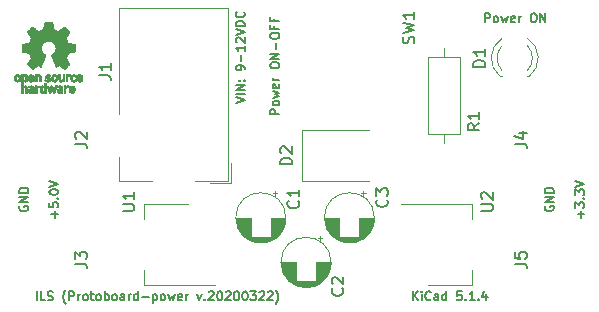
<source format=gto>
G04 #@! TF.GenerationSoftware,KiCad,Pcbnew,(5.1.4)-1*
G04 #@! TF.CreationDate,2020-03-26T20:17:56-03:00*
G04 #@! TF.ProjectId,Protoboard-power,50726f74-6f62-46f6-9172-642d706f7765,rev?*
G04 #@! TF.SameCoordinates,Original*
G04 #@! TF.FileFunction,Legend,Top*
G04 #@! TF.FilePolarity,Positive*
%FSLAX46Y46*%
G04 Gerber Fmt 4.6, Leading zero omitted, Abs format (unit mm)*
G04 Created by KiCad (PCBNEW (5.1.4)-1) date 2020-03-26 20:17:56*
%MOMM*%
%LPD*%
G04 APERTURE LIST*
%ADD10C,0.150000*%
%ADD11C,0.010000*%
%ADD12C,0.120000*%
G04 APERTURE END LIST*
D10*
X120889285Y-76042857D02*
X121639285Y-75792857D01*
X120889285Y-75542857D01*
X121639285Y-75292857D02*
X120889285Y-75292857D01*
X121639285Y-74935714D02*
X120889285Y-74935714D01*
X121639285Y-74507142D01*
X120889285Y-74507142D01*
X121567857Y-74150000D02*
X121603571Y-74114285D01*
X121639285Y-74150000D01*
X121603571Y-74185714D01*
X121567857Y-74150000D01*
X121639285Y-74150000D01*
X121175000Y-74150000D02*
X121210714Y-74114285D01*
X121246428Y-74150000D01*
X121210714Y-74185714D01*
X121175000Y-74150000D01*
X121246428Y-74150000D01*
X121639285Y-73185714D02*
X121639285Y-73042857D01*
X121603571Y-72971428D01*
X121567857Y-72935714D01*
X121460714Y-72864285D01*
X121317857Y-72828571D01*
X121032142Y-72828571D01*
X120960714Y-72864285D01*
X120925000Y-72900000D01*
X120889285Y-72971428D01*
X120889285Y-73114285D01*
X120925000Y-73185714D01*
X120960714Y-73221428D01*
X121032142Y-73257142D01*
X121210714Y-73257142D01*
X121282142Y-73221428D01*
X121317857Y-73185714D01*
X121353571Y-73114285D01*
X121353571Y-72971428D01*
X121317857Y-72900000D01*
X121282142Y-72864285D01*
X121210714Y-72828571D01*
X121353571Y-72507142D02*
X121353571Y-71935714D01*
X121639285Y-71185714D02*
X121639285Y-71614285D01*
X121639285Y-71400000D02*
X120889285Y-71400000D01*
X120996428Y-71471428D01*
X121067857Y-71542857D01*
X121103571Y-71614285D01*
X120960714Y-70900000D02*
X120925000Y-70864285D01*
X120889285Y-70792857D01*
X120889285Y-70614285D01*
X120925000Y-70542857D01*
X120960714Y-70507142D01*
X121032142Y-70471428D01*
X121103571Y-70471428D01*
X121210714Y-70507142D01*
X121639285Y-70935714D01*
X121639285Y-70471428D01*
X120889285Y-70257142D02*
X121639285Y-70007142D01*
X120889285Y-69757142D01*
X121639285Y-69507142D02*
X120889285Y-69507142D01*
X120889285Y-69328571D01*
X120925000Y-69221428D01*
X120996428Y-69150000D01*
X121067857Y-69114285D01*
X121210714Y-69078571D01*
X121317857Y-69078571D01*
X121460714Y-69114285D01*
X121532142Y-69150000D01*
X121603571Y-69221428D01*
X121639285Y-69328571D01*
X121639285Y-69507142D01*
X121567857Y-68328571D02*
X121603571Y-68364285D01*
X121639285Y-68471428D01*
X121639285Y-68542857D01*
X121603571Y-68650000D01*
X121532142Y-68721428D01*
X121460714Y-68757142D01*
X121317857Y-68792857D01*
X121210714Y-68792857D01*
X121067857Y-68757142D01*
X120996428Y-68721428D01*
X120925000Y-68650000D01*
X120889285Y-68542857D01*
X120889285Y-68471428D01*
X120925000Y-68364285D01*
X120960714Y-68328571D01*
X124539285Y-76953571D02*
X123789285Y-76953571D01*
X123789285Y-76667857D01*
X123825000Y-76596428D01*
X123860714Y-76560714D01*
X123932142Y-76525000D01*
X124039285Y-76525000D01*
X124110714Y-76560714D01*
X124146428Y-76596428D01*
X124182142Y-76667857D01*
X124182142Y-76953571D01*
X124539285Y-76096428D02*
X124503571Y-76167857D01*
X124467857Y-76203571D01*
X124396428Y-76239285D01*
X124182142Y-76239285D01*
X124110714Y-76203571D01*
X124075000Y-76167857D01*
X124039285Y-76096428D01*
X124039285Y-75989285D01*
X124075000Y-75917857D01*
X124110714Y-75882142D01*
X124182142Y-75846428D01*
X124396428Y-75846428D01*
X124467857Y-75882142D01*
X124503571Y-75917857D01*
X124539285Y-75989285D01*
X124539285Y-76096428D01*
X124039285Y-75596428D02*
X124539285Y-75453571D01*
X124182142Y-75310714D01*
X124539285Y-75167857D01*
X124039285Y-75025000D01*
X124503571Y-74453571D02*
X124539285Y-74525000D01*
X124539285Y-74667857D01*
X124503571Y-74739285D01*
X124432142Y-74775000D01*
X124146428Y-74775000D01*
X124075000Y-74739285D01*
X124039285Y-74667857D01*
X124039285Y-74525000D01*
X124075000Y-74453571D01*
X124146428Y-74417857D01*
X124217857Y-74417857D01*
X124289285Y-74775000D01*
X124539285Y-74096428D02*
X124039285Y-74096428D01*
X124182142Y-74096428D02*
X124110714Y-74060714D01*
X124075000Y-74025000D01*
X124039285Y-73953571D01*
X124039285Y-73882142D01*
X123789285Y-72917857D02*
X123789285Y-72775000D01*
X123825000Y-72703571D01*
X123896428Y-72632142D01*
X124039285Y-72596428D01*
X124289285Y-72596428D01*
X124432142Y-72632142D01*
X124503571Y-72703571D01*
X124539285Y-72775000D01*
X124539285Y-72917857D01*
X124503571Y-72989285D01*
X124432142Y-73060714D01*
X124289285Y-73096428D01*
X124039285Y-73096428D01*
X123896428Y-73060714D01*
X123825000Y-72989285D01*
X123789285Y-72917857D01*
X124539285Y-72275000D02*
X123789285Y-72275000D01*
X124539285Y-71846428D01*
X123789285Y-71846428D01*
X124253571Y-71489285D02*
X124253571Y-70917857D01*
X123789285Y-70417857D02*
X123789285Y-70275000D01*
X123825000Y-70203571D01*
X123896428Y-70132142D01*
X124039285Y-70096428D01*
X124289285Y-70096428D01*
X124432142Y-70132142D01*
X124503571Y-70203571D01*
X124539285Y-70275000D01*
X124539285Y-70417857D01*
X124503571Y-70489285D01*
X124432142Y-70560714D01*
X124289285Y-70596428D01*
X124039285Y-70596428D01*
X123896428Y-70560714D01*
X123825000Y-70489285D01*
X123789285Y-70417857D01*
X124146428Y-69525000D02*
X124146428Y-69775000D01*
X124539285Y-69775000D02*
X123789285Y-69775000D01*
X123789285Y-69417857D01*
X124146428Y-68882142D02*
X124146428Y-69132142D01*
X124539285Y-69132142D02*
X123789285Y-69132142D01*
X123789285Y-68775000D01*
X141996428Y-69189285D02*
X141996428Y-68439285D01*
X142282142Y-68439285D01*
X142353571Y-68475000D01*
X142389285Y-68510714D01*
X142425000Y-68582142D01*
X142425000Y-68689285D01*
X142389285Y-68760714D01*
X142353571Y-68796428D01*
X142282142Y-68832142D01*
X141996428Y-68832142D01*
X142853571Y-69189285D02*
X142782142Y-69153571D01*
X142746428Y-69117857D01*
X142710714Y-69046428D01*
X142710714Y-68832142D01*
X142746428Y-68760714D01*
X142782142Y-68725000D01*
X142853571Y-68689285D01*
X142960714Y-68689285D01*
X143032142Y-68725000D01*
X143067857Y-68760714D01*
X143103571Y-68832142D01*
X143103571Y-69046428D01*
X143067857Y-69117857D01*
X143032142Y-69153571D01*
X142960714Y-69189285D01*
X142853571Y-69189285D01*
X143353571Y-68689285D02*
X143496428Y-69189285D01*
X143639285Y-68832142D01*
X143782142Y-69189285D01*
X143925000Y-68689285D01*
X144496428Y-69153571D02*
X144425000Y-69189285D01*
X144282142Y-69189285D01*
X144210714Y-69153571D01*
X144175000Y-69082142D01*
X144175000Y-68796428D01*
X144210714Y-68725000D01*
X144282142Y-68689285D01*
X144425000Y-68689285D01*
X144496428Y-68725000D01*
X144532142Y-68796428D01*
X144532142Y-68867857D01*
X144175000Y-68939285D01*
X144853571Y-69189285D02*
X144853571Y-68689285D01*
X144853571Y-68832142D02*
X144889285Y-68760714D01*
X144925000Y-68725000D01*
X144996428Y-68689285D01*
X145067857Y-68689285D01*
X146032142Y-68439285D02*
X146175000Y-68439285D01*
X146246428Y-68475000D01*
X146317857Y-68546428D01*
X146353571Y-68689285D01*
X146353571Y-68939285D01*
X146317857Y-69082142D01*
X146246428Y-69153571D01*
X146175000Y-69189285D01*
X146032142Y-69189285D01*
X145960714Y-69153571D01*
X145889285Y-69082142D01*
X145853571Y-68939285D01*
X145853571Y-68689285D01*
X145889285Y-68546428D01*
X145960714Y-68475000D01*
X146032142Y-68439285D01*
X146675000Y-69189285D02*
X146675000Y-68439285D01*
X147103571Y-69189285D01*
X147103571Y-68439285D01*
X135857142Y-92739285D02*
X135857142Y-91989285D01*
X136285714Y-92739285D02*
X135964285Y-92310714D01*
X136285714Y-91989285D02*
X135857142Y-92417857D01*
X136607142Y-92739285D02*
X136607142Y-92239285D01*
X136607142Y-91989285D02*
X136571428Y-92025000D01*
X136607142Y-92060714D01*
X136642857Y-92025000D01*
X136607142Y-91989285D01*
X136607142Y-92060714D01*
X137392857Y-92667857D02*
X137357142Y-92703571D01*
X137250000Y-92739285D01*
X137178571Y-92739285D01*
X137071428Y-92703571D01*
X137000000Y-92632142D01*
X136964285Y-92560714D01*
X136928571Y-92417857D01*
X136928571Y-92310714D01*
X136964285Y-92167857D01*
X137000000Y-92096428D01*
X137071428Y-92025000D01*
X137178571Y-91989285D01*
X137250000Y-91989285D01*
X137357142Y-92025000D01*
X137392857Y-92060714D01*
X138035714Y-92739285D02*
X138035714Y-92346428D01*
X138000000Y-92275000D01*
X137928571Y-92239285D01*
X137785714Y-92239285D01*
X137714285Y-92275000D01*
X138035714Y-92703571D02*
X137964285Y-92739285D01*
X137785714Y-92739285D01*
X137714285Y-92703571D01*
X137678571Y-92632142D01*
X137678571Y-92560714D01*
X137714285Y-92489285D01*
X137785714Y-92453571D01*
X137964285Y-92453571D01*
X138035714Y-92417857D01*
X138714285Y-92739285D02*
X138714285Y-91989285D01*
X138714285Y-92703571D02*
X138642857Y-92739285D01*
X138500000Y-92739285D01*
X138428571Y-92703571D01*
X138392857Y-92667857D01*
X138357142Y-92596428D01*
X138357142Y-92382142D01*
X138392857Y-92310714D01*
X138428571Y-92275000D01*
X138500000Y-92239285D01*
X138642857Y-92239285D01*
X138714285Y-92275000D01*
X140000000Y-91989285D02*
X139642857Y-91989285D01*
X139607142Y-92346428D01*
X139642857Y-92310714D01*
X139714285Y-92275000D01*
X139892857Y-92275000D01*
X139964285Y-92310714D01*
X140000000Y-92346428D01*
X140035714Y-92417857D01*
X140035714Y-92596428D01*
X140000000Y-92667857D01*
X139964285Y-92703571D01*
X139892857Y-92739285D01*
X139714285Y-92739285D01*
X139642857Y-92703571D01*
X139607142Y-92667857D01*
X140357142Y-92667857D02*
X140392857Y-92703571D01*
X140357142Y-92739285D01*
X140321428Y-92703571D01*
X140357142Y-92667857D01*
X140357142Y-92739285D01*
X141107142Y-92739285D02*
X140678571Y-92739285D01*
X140892857Y-92739285D02*
X140892857Y-91989285D01*
X140821428Y-92096428D01*
X140750000Y-92167857D01*
X140678571Y-92203571D01*
X141428571Y-92667857D02*
X141464285Y-92703571D01*
X141428571Y-92739285D01*
X141392857Y-92703571D01*
X141428571Y-92667857D01*
X141428571Y-92739285D01*
X142107142Y-92239285D02*
X142107142Y-92739285D01*
X141928571Y-91953571D02*
X141750000Y-92489285D01*
X142214285Y-92489285D01*
X104017857Y-92739285D02*
X104017857Y-91989285D01*
X104732142Y-92739285D02*
X104375000Y-92739285D01*
X104375000Y-91989285D01*
X104946428Y-92703571D02*
X105053571Y-92739285D01*
X105232142Y-92739285D01*
X105303571Y-92703571D01*
X105339285Y-92667857D01*
X105375000Y-92596428D01*
X105375000Y-92525000D01*
X105339285Y-92453571D01*
X105303571Y-92417857D01*
X105232142Y-92382142D01*
X105089285Y-92346428D01*
X105017857Y-92310714D01*
X104982142Y-92275000D01*
X104946428Y-92203571D01*
X104946428Y-92132142D01*
X104982142Y-92060714D01*
X105017857Y-92025000D01*
X105089285Y-91989285D01*
X105267857Y-91989285D01*
X105375000Y-92025000D01*
X106482142Y-93025000D02*
X106446428Y-92989285D01*
X106375000Y-92882142D01*
X106339285Y-92810714D01*
X106303571Y-92703571D01*
X106267857Y-92525000D01*
X106267857Y-92382142D01*
X106303571Y-92203571D01*
X106339285Y-92096428D01*
X106375000Y-92025000D01*
X106446428Y-91917857D01*
X106482142Y-91882142D01*
X106767857Y-92739285D02*
X106767857Y-91989285D01*
X107053571Y-91989285D01*
X107125000Y-92025000D01*
X107160714Y-92060714D01*
X107196428Y-92132142D01*
X107196428Y-92239285D01*
X107160714Y-92310714D01*
X107125000Y-92346428D01*
X107053571Y-92382142D01*
X106767857Y-92382142D01*
X107517857Y-92739285D02*
X107517857Y-92239285D01*
X107517857Y-92382142D02*
X107553571Y-92310714D01*
X107589285Y-92275000D01*
X107660714Y-92239285D01*
X107732142Y-92239285D01*
X108089285Y-92739285D02*
X108017857Y-92703571D01*
X107982142Y-92667857D01*
X107946428Y-92596428D01*
X107946428Y-92382142D01*
X107982142Y-92310714D01*
X108017857Y-92275000D01*
X108089285Y-92239285D01*
X108196428Y-92239285D01*
X108267857Y-92275000D01*
X108303571Y-92310714D01*
X108339285Y-92382142D01*
X108339285Y-92596428D01*
X108303571Y-92667857D01*
X108267857Y-92703571D01*
X108196428Y-92739285D01*
X108089285Y-92739285D01*
X108553571Y-92239285D02*
X108839285Y-92239285D01*
X108660714Y-91989285D02*
X108660714Y-92632142D01*
X108696428Y-92703571D01*
X108767857Y-92739285D01*
X108839285Y-92739285D01*
X109196428Y-92739285D02*
X109125000Y-92703571D01*
X109089285Y-92667857D01*
X109053571Y-92596428D01*
X109053571Y-92382142D01*
X109089285Y-92310714D01*
X109125000Y-92275000D01*
X109196428Y-92239285D01*
X109303571Y-92239285D01*
X109375000Y-92275000D01*
X109410714Y-92310714D01*
X109446428Y-92382142D01*
X109446428Y-92596428D01*
X109410714Y-92667857D01*
X109375000Y-92703571D01*
X109303571Y-92739285D01*
X109196428Y-92739285D01*
X109767857Y-92739285D02*
X109767857Y-91989285D01*
X109767857Y-92275000D02*
X109839285Y-92239285D01*
X109982142Y-92239285D01*
X110053571Y-92275000D01*
X110089285Y-92310714D01*
X110125000Y-92382142D01*
X110125000Y-92596428D01*
X110089285Y-92667857D01*
X110053571Y-92703571D01*
X109982142Y-92739285D01*
X109839285Y-92739285D01*
X109767857Y-92703571D01*
X110553571Y-92739285D02*
X110482142Y-92703571D01*
X110446428Y-92667857D01*
X110410714Y-92596428D01*
X110410714Y-92382142D01*
X110446428Y-92310714D01*
X110482142Y-92275000D01*
X110553571Y-92239285D01*
X110660714Y-92239285D01*
X110732142Y-92275000D01*
X110767857Y-92310714D01*
X110803571Y-92382142D01*
X110803571Y-92596428D01*
X110767857Y-92667857D01*
X110732142Y-92703571D01*
X110660714Y-92739285D01*
X110553571Y-92739285D01*
X111446428Y-92739285D02*
X111446428Y-92346428D01*
X111410714Y-92275000D01*
X111339285Y-92239285D01*
X111196428Y-92239285D01*
X111125000Y-92275000D01*
X111446428Y-92703571D02*
X111375000Y-92739285D01*
X111196428Y-92739285D01*
X111125000Y-92703571D01*
X111089285Y-92632142D01*
X111089285Y-92560714D01*
X111125000Y-92489285D01*
X111196428Y-92453571D01*
X111375000Y-92453571D01*
X111446428Y-92417857D01*
X111803571Y-92739285D02*
X111803571Y-92239285D01*
X111803571Y-92382142D02*
X111839285Y-92310714D01*
X111875000Y-92275000D01*
X111946428Y-92239285D01*
X112017857Y-92239285D01*
X112589285Y-92739285D02*
X112589285Y-91989285D01*
X112589285Y-92703571D02*
X112517857Y-92739285D01*
X112375000Y-92739285D01*
X112303571Y-92703571D01*
X112267857Y-92667857D01*
X112232142Y-92596428D01*
X112232142Y-92382142D01*
X112267857Y-92310714D01*
X112303571Y-92275000D01*
X112375000Y-92239285D01*
X112517857Y-92239285D01*
X112589285Y-92275000D01*
X112946428Y-92453571D02*
X113517857Y-92453571D01*
X113875000Y-92239285D02*
X113875000Y-92989285D01*
X113875000Y-92275000D02*
X113946428Y-92239285D01*
X114089285Y-92239285D01*
X114160714Y-92275000D01*
X114196428Y-92310714D01*
X114232142Y-92382142D01*
X114232142Y-92596428D01*
X114196428Y-92667857D01*
X114160714Y-92703571D01*
X114089285Y-92739285D01*
X113946428Y-92739285D01*
X113875000Y-92703571D01*
X114660714Y-92739285D02*
X114589285Y-92703571D01*
X114553571Y-92667857D01*
X114517857Y-92596428D01*
X114517857Y-92382142D01*
X114553571Y-92310714D01*
X114589285Y-92275000D01*
X114660714Y-92239285D01*
X114767857Y-92239285D01*
X114839285Y-92275000D01*
X114875000Y-92310714D01*
X114910714Y-92382142D01*
X114910714Y-92596428D01*
X114875000Y-92667857D01*
X114839285Y-92703571D01*
X114767857Y-92739285D01*
X114660714Y-92739285D01*
X115160714Y-92239285D02*
X115303571Y-92739285D01*
X115446428Y-92382142D01*
X115589285Y-92739285D01*
X115732142Y-92239285D01*
X116303571Y-92703571D02*
X116232142Y-92739285D01*
X116089285Y-92739285D01*
X116017857Y-92703571D01*
X115982142Y-92632142D01*
X115982142Y-92346428D01*
X116017857Y-92275000D01*
X116089285Y-92239285D01*
X116232142Y-92239285D01*
X116303571Y-92275000D01*
X116339285Y-92346428D01*
X116339285Y-92417857D01*
X115982142Y-92489285D01*
X116660714Y-92739285D02*
X116660714Y-92239285D01*
X116660714Y-92382142D02*
X116696428Y-92310714D01*
X116732142Y-92275000D01*
X116803571Y-92239285D01*
X116875000Y-92239285D01*
X117625000Y-92239285D02*
X117803571Y-92739285D01*
X117982142Y-92239285D01*
X118267857Y-92667857D02*
X118303571Y-92703571D01*
X118267857Y-92739285D01*
X118232142Y-92703571D01*
X118267857Y-92667857D01*
X118267857Y-92739285D01*
X118589285Y-92060714D02*
X118625000Y-92025000D01*
X118696428Y-91989285D01*
X118875000Y-91989285D01*
X118946428Y-92025000D01*
X118982142Y-92060714D01*
X119017857Y-92132142D01*
X119017857Y-92203571D01*
X118982142Y-92310714D01*
X118553571Y-92739285D01*
X119017857Y-92739285D01*
X119482142Y-91989285D02*
X119553571Y-91989285D01*
X119625000Y-92025000D01*
X119660714Y-92060714D01*
X119696428Y-92132142D01*
X119732142Y-92275000D01*
X119732142Y-92453571D01*
X119696428Y-92596428D01*
X119660714Y-92667857D01*
X119625000Y-92703571D01*
X119553571Y-92739285D01*
X119482142Y-92739285D01*
X119410714Y-92703571D01*
X119375000Y-92667857D01*
X119339285Y-92596428D01*
X119303571Y-92453571D01*
X119303571Y-92275000D01*
X119339285Y-92132142D01*
X119375000Y-92060714D01*
X119410714Y-92025000D01*
X119482142Y-91989285D01*
X120017857Y-92060714D02*
X120053571Y-92025000D01*
X120125000Y-91989285D01*
X120303571Y-91989285D01*
X120375000Y-92025000D01*
X120410714Y-92060714D01*
X120446428Y-92132142D01*
X120446428Y-92203571D01*
X120410714Y-92310714D01*
X119982142Y-92739285D01*
X120446428Y-92739285D01*
X120910714Y-91989285D02*
X120982142Y-91989285D01*
X121053571Y-92025000D01*
X121089285Y-92060714D01*
X121125000Y-92132142D01*
X121160714Y-92275000D01*
X121160714Y-92453571D01*
X121125000Y-92596428D01*
X121089285Y-92667857D01*
X121053571Y-92703571D01*
X120982142Y-92739285D01*
X120910714Y-92739285D01*
X120839285Y-92703571D01*
X120803571Y-92667857D01*
X120767857Y-92596428D01*
X120732142Y-92453571D01*
X120732142Y-92275000D01*
X120767857Y-92132142D01*
X120803571Y-92060714D01*
X120839285Y-92025000D01*
X120910714Y-91989285D01*
X121625000Y-91989285D02*
X121696428Y-91989285D01*
X121767857Y-92025000D01*
X121803571Y-92060714D01*
X121839285Y-92132142D01*
X121875000Y-92275000D01*
X121875000Y-92453571D01*
X121839285Y-92596428D01*
X121803571Y-92667857D01*
X121767857Y-92703571D01*
X121696428Y-92739285D01*
X121625000Y-92739285D01*
X121553571Y-92703571D01*
X121517857Y-92667857D01*
X121482142Y-92596428D01*
X121446428Y-92453571D01*
X121446428Y-92275000D01*
X121482142Y-92132142D01*
X121517857Y-92060714D01*
X121553571Y-92025000D01*
X121625000Y-91989285D01*
X122125000Y-91989285D02*
X122589285Y-91989285D01*
X122339285Y-92275000D01*
X122446428Y-92275000D01*
X122517857Y-92310714D01*
X122553571Y-92346428D01*
X122589285Y-92417857D01*
X122589285Y-92596428D01*
X122553571Y-92667857D01*
X122517857Y-92703571D01*
X122446428Y-92739285D01*
X122232142Y-92739285D01*
X122160714Y-92703571D01*
X122125000Y-92667857D01*
X122875000Y-92060714D02*
X122910714Y-92025000D01*
X122982142Y-91989285D01*
X123160714Y-91989285D01*
X123232142Y-92025000D01*
X123267857Y-92060714D01*
X123303571Y-92132142D01*
X123303571Y-92203571D01*
X123267857Y-92310714D01*
X122839285Y-92739285D01*
X123303571Y-92739285D01*
X123589285Y-92060714D02*
X123625000Y-92025000D01*
X123696428Y-91989285D01*
X123875000Y-91989285D01*
X123946428Y-92025000D01*
X123982142Y-92060714D01*
X124017857Y-92132142D01*
X124017857Y-92203571D01*
X123982142Y-92310714D01*
X123553571Y-92739285D01*
X124017857Y-92739285D01*
X124267857Y-93025000D02*
X124303571Y-92989285D01*
X124375000Y-92882142D01*
X124410714Y-92810714D01*
X124446428Y-92703571D01*
X124482142Y-92525000D01*
X124482142Y-92382142D01*
X124446428Y-92203571D01*
X124410714Y-92096428D01*
X124375000Y-92025000D01*
X124303571Y-91917857D01*
X124267857Y-91882142D01*
X147075000Y-84771428D02*
X147039285Y-84842857D01*
X147039285Y-84950000D01*
X147075000Y-85057142D01*
X147146428Y-85128571D01*
X147217857Y-85164285D01*
X147360714Y-85200000D01*
X147467857Y-85200000D01*
X147610714Y-85164285D01*
X147682142Y-85128571D01*
X147753571Y-85057142D01*
X147789285Y-84950000D01*
X147789285Y-84878571D01*
X147753571Y-84771428D01*
X147717857Y-84735714D01*
X147467857Y-84735714D01*
X147467857Y-84878571D01*
X147789285Y-84414285D02*
X147039285Y-84414285D01*
X147789285Y-83985714D01*
X147039285Y-83985714D01*
X147789285Y-83628571D02*
X147039285Y-83628571D01*
X147039285Y-83450000D01*
X147075000Y-83342857D01*
X147146428Y-83271428D01*
X147217857Y-83235714D01*
X147360714Y-83200000D01*
X147467857Y-83200000D01*
X147610714Y-83235714D01*
X147682142Y-83271428D01*
X147753571Y-83342857D01*
X147789285Y-83450000D01*
X147789285Y-83628571D01*
X102575000Y-84771428D02*
X102539285Y-84842857D01*
X102539285Y-84950000D01*
X102575000Y-85057142D01*
X102646428Y-85128571D01*
X102717857Y-85164285D01*
X102860714Y-85200000D01*
X102967857Y-85200000D01*
X103110714Y-85164285D01*
X103182142Y-85128571D01*
X103253571Y-85057142D01*
X103289285Y-84950000D01*
X103289285Y-84878571D01*
X103253571Y-84771428D01*
X103217857Y-84735714D01*
X102967857Y-84735714D01*
X102967857Y-84878571D01*
X103289285Y-84414285D02*
X102539285Y-84414285D01*
X103289285Y-83985714D01*
X102539285Y-83985714D01*
X103289285Y-83628571D02*
X102539285Y-83628571D01*
X102539285Y-83450000D01*
X102575000Y-83342857D01*
X102646428Y-83271428D01*
X102717857Y-83235714D01*
X102860714Y-83200000D01*
X102967857Y-83200000D01*
X103110714Y-83235714D01*
X103182142Y-83271428D01*
X103253571Y-83342857D01*
X103289285Y-83450000D01*
X103289285Y-83628571D01*
X150103571Y-85750000D02*
X150103571Y-85178571D01*
X150389285Y-85464285D02*
X149817857Y-85464285D01*
X149639285Y-84892857D02*
X149639285Y-84428571D01*
X149925000Y-84678571D01*
X149925000Y-84571428D01*
X149960714Y-84500000D01*
X149996428Y-84464285D01*
X150067857Y-84428571D01*
X150246428Y-84428571D01*
X150317857Y-84464285D01*
X150353571Y-84500000D01*
X150389285Y-84571428D01*
X150389285Y-84785714D01*
X150353571Y-84857142D01*
X150317857Y-84892857D01*
X150317857Y-84107142D02*
X150353571Y-84071428D01*
X150389285Y-84107142D01*
X150353571Y-84142857D01*
X150317857Y-84107142D01*
X150389285Y-84107142D01*
X149639285Y-83821428D02*
X149639285Y-83357142D01*
X149925000Y-83607142D01*
X149925000Y-83500000D01*
X149960714Y-83428571D01*
X149996428Y-83392857D01*
X150067857Y-83357142D01*
X150246428Y-83357142D01*
X150317857Y-83392857D01*
X150353571Y-83428571D01*
X150389285Y-83500000D01*
X150389285Y-83714285D01*
X150353571Y-83785714D01*
X150317857Y-83821428D01*
X149639285Y-83142857D02*
X150389285Y-82892857D01*
X149639285Y-82642857D01*
X105553571Y-85750000D02*
X105553571Y-85178571D01*
X105839285Y-85464285D02*
X105267857Y-85464285D01*
X105089285Y-84464285D02*
X105089285Y-84821428D01*
X105446428Y-84857142D01*
X105410714Y-84821428D01*
X105375000Y-84750000D01*
X105375000Y-84571428D01*
X105410714Y-84500000D01*
X105446428Y-84464285D01*
X105517857Y-84428571D01*
X105696428Y-84428571D01*
X105767857Y-84464285D01*
X105803571Y-84500000D01*
X105839285Y-84571428D01*
X105839285Y-84750000D01*
X105803571Y-84821428D01*
X105767857Y-84857142D01*
X105767857Y-84107142D02*
X105803571Y-84071428D01*
X105839285Y-84107142D01*
X105803571Y-84142857D01*
X105767857Y-84107142D01*
X105839285Y-84107142D01*
X105089285Y-83607142D02*
X105089285Y-83535714D01*
X105125000Y-83464285D01*
X105160714Y-83428571D01*
X105232142Y-83392857D01*
X105375000Y-83357142D01*
X105553571Y-83357142D01*
X105696428Y-83392857D01*
X105767857Y-83428571D01*
X105803571Y-83464285D01*
X105839285Y-83535714D01*
X105839285Y-83607142D01*
X105803571Y-83678571D01*
X105767857Y-83714285D01*
X105696428Y-83750000D01*
X105553571Y-83785714D01*
X105375000Y-83785714D01*
X105232142Y-83750000D01*
X105160714Y-83714285D01*
X105125000Y-83678571D01*
X105089285Y-83607142D01*
X105089285Y-83142857D02*
X105839285Y-82892857D01*
X105089285Y-82642857D01*
D11*
G36*
X105376964Y-69440018D02*
G01*
X105433812Y-69741570D01*
X105853338Y-69914512D01*
X106104984Y-69743395D01*
X106175458Y-69695750D01*
X106239163Y-69653210D01*
X106293126Y-69617715D01*
X106334373Y-69591210D01*
X106359934Y-69575636D01*
X106366895Y-69572278D01*
X106379435Y-69580914D01*
X106406231Y-69604792D01*
X106444280Y-69640859D01*
X106490579Y-69686067D01*
X106542123Y-69737364D01*
X106595909Y-69791701D01*
X106648935Y-69846028D01*
X106698195Y-69897295D01*
X106740687Y-69942451D01*
X106773407Y-69978446D01*
X106793351Y-70002230D01*
X106798119Y-70010190D01*
X106791257Y-70024865D01*
X106772020Y-70057014D01*
X106742430Y-70103492D01*
X106704510Y-70161156D01*
X106660282Y-70226860D01*
X106634654Y-70264336D01*
X106587941Y-70332768D01*
X106546432Y-70394520D01*
X106512140Y-70446519D01*
X106487080Y-70485692D01*
X106473264Y-70508965D01*
X106471188Y-70513855D01*
X106475895Y-70527755D01*
X106488723Y-70560150D01*
X106507738Y-70606485D01*
X106531003Y-70662206D01*
X106556584Y-70722758D01*
X106582545Y-70783586D01*
X106606950Y-70840136D01*
X106627863Y-70887852D01*
X106643349Y-70922181D01*
X106651472Y-70938568D01*
X106651952Y-70939212D01*
X106664707Y-70942341D01*
X106698677Y-70949321D01*
X106750340Y-70959467D01*
X106816176Y-70972092D01*
X106892664Y-70986509D01*
X106937290Y-70994823D01*
X107019021Y-71010384D01*
X107092843Y-71025192D01*
X107155021Y-71038436D01*
X107201822Y-71049305D01*
X107229509Y-71056989D01*
X107235074Y-71059427D01*
X107240526Y-71075930D01*
X107244924Y-71113200D01*
X107248272Y-71166880D01*
X107250574Y-71232612D01*
X107251832Y-71306037D01*
X107252048Y-71382796D01*
X107251227Y-71458532D01*
X107249371Y-71528886D01*
X107246482Y-71589500D01*
X107242565Y-71636016D01*
X107237622Y-71664075D01*
X107234657Y-71669916D01*
X107216934Y-71676917D01*
X107179381Y-71686927D01*
X107126964Y-71698769D01*
X107064652Y-71711267D01*
X107042900Y-71715310D01*
X106938024Y-71734520D01*
X106855180Y-71749991D01*
X106791630Y-71762337D01*
X106744637Y-71772173D01*
X106711463Y-71780114D01*
X106689371Y-71786776D01*
X106675624Y-71792773D01*
X106667484Y-71798719D01*
X106666345Y-71799894D01*
X106654977Y-71818826D01*
X106637635Y-71855669D01*
X106616050Y-71905913D01*
X106591954Y-71965046D01*
X106567079Y-72028556D01*
X106543157Y-72091932D01*
X106521919Y-72150662D01*
X106505097Y-72200235D01*
X106494422Y-72236139D01*
X106491627Y-72253862D01*
X106491860Y-72254483D01*
X106501331Y-72268970D01*
X106522818Y-72300844D01*
X106554063Y-72346789D01*
X106592807Y-72403485D01*
X106636793Y-72467617D01*
X106649319Y-72485842D01*
X106693984Y-72551914D01*
X106733288Y-72612200D01*
X106765088Y-72663235D01*
X106787245Y-72701560D01*
X106797617Y-72723711D01*
X106798119Y-72726432D01*
X106789405Y-72740736D01*
X106765325Y-72769072D01*
X106728976Y-72808396D01*
X106683453Y-72855661D01*
X106631852Y-72907823D01*
X106577267Y-72961835D01*
X106522794Y-73014653D01*
X106471529Y-73063231D01*
X106426567Y-73104523D01*
X106391004Y-73135485D01*
X106367935Y-73153070D01*
X106361554Y-73155941D01*
X106346699Y-73149178D01*
X106316286Y-73130939D01*
X106275268Y-73104297D01*
X106243709Y-73082852D01*
X106186525Y-73043503D01*
X106118806Y-72997171D01*
X106050880Y-72950913D01*
X106014361Y-72926155D01*
X105890752Y-72842547D01*
X105786991Y-72898650D01*
X105739720Y-72923228D01*
X105699523Y-72942331D01*
X105672326Y-72953227D01*
X105665402Y-72954743D01*
X105657077Y-72943549D01*
X105640654Y-72911917D01*
X105617357Y-72862765D01*
X105588414Y-72799010D01*
X105555050Y-72723571D01*
X105518491Y-72639364D01*
X105479964Y-72549308D01*
X105440694Y-72456321D01*
X105401908Y-72363320D01*
X105364830Y-72273223D01*
X105330689Y-72188948D01*
X105300708Y-72113413D01*
X105276116Y-72049534D01*
X105258136Y-72000231D01*
X105247997Y-71968421D01*
X105246366Y-71957496D01*
X105259291Y-71943561D01*
X105287589Y-71920940D01*
X105325346Y-71894333D01*
X105328515Y-71892228D01*
X105426100Y-71814114D01*
X105504786Y-71722982D01*
X105563891Y-71621745D01*
X105602732Y-71513318D01*
X105620628Y-71400614D01*
X105616897Y-71286548D01*
X105590857Y-71174034D01*
X105541825Y-71065985D01*
X105527400Y-71042345D01*
X105452369Y-70946887D01*
X105363730Y-70870232D01*
X105264549Y-70812780D01*
X105157895Y-70774929D01*
X105046836Y-70757078D01*
X104934439Y-70759625D01*
X104823773Y-70782970D01*
X104717906Y-70827510D01*
X104619905Y-70893645D01*
X104589590Y-70920487D01*
X104512438Y-71004512D01*
X104456218Y-71092966D01*
X104417653Y-71192115D01*
X104396174Y-71290303D01*
X104390872Y-71400697D01*
X104408552Y-71511640D01*
X104447419Y-71619381D01*
X104505677Y-71720169D01*
X104581531Y-71810256D01*
X104673183Y-71885892D01*
X104685228Y-71893864D01*
X104723389Y-71919974D01*
X104752399Y-71942595D01*
X104766268Y-71957039D01*
X104766469Y-71957496D01*
X104763492Y-71973121D01*
X104751689Y-72008582D01*
X104732286Y-72060962D01*
X104706512Y-72127345D01*
X104675591Y-72204814D01*
X104640751Y-72290450D01*
X104603217Y-72381337D01*
X104564217Y-72474559D01*
X104524977Y-72567197D01*
X104486724Y-72656335D01*
X104450683Y-72739055D01*
X104418083Y-72812441D01*
X104390148Y-72873575D01*
X104368105Y-72919541D01*
X104353182Y-72947421D01*
X104347172Y-72954743D01*
X104328809Y-72949041D01*
X104294448Y-72933749D01*
X104250016Y-72911599D01*
X104225583Y-72898650D01*
X104121822Y-72842547D01*
X103998213Y-72926155D01*
X103935114Y-72968987D01*
X103866030Y-73016122D01*
X103801293Y-73060503D01*
X103768866Y-73082852D01*
X103723259Y-73113477D01*
X103684640Y-73137747D01*
X103658048Y-73152587D01*
X103649410Y-73155724D01*
X103636839Y-73147261D01*
X103609016Y-73123636D01*
X103568639Y-73087302D01*
X103518405Y-73040711D01*
X103461012Y-72986317D01*
X103424714Y-72951392D01*
X103361210Y-72888996D01*
X103306327Y-72833188D01*
X103262286Y-72786354D01*
X103231305Y-72750882D01*
X103215602Y-72729161D01*
X103214095Y-72724752D01*
X103221086Y-72707985D01*
X103240406Y-72674082D01*
X103269909Y-72626476D01*
X103307455Y-72568599D01*
X103350900Y-72503884D01*
X103363255Y-72485842D01*
X103408273Y-72420267D01*
X103448660Y-72361228D01*
X103482160Y-72312042D01*
X103506514Y-72276028D01*
X103519464Y-72256502D01*
X103520715Y-72254483D01*
X103518844Y-72238922D01*
X103508913Y-72204709D01*
X103492653Y-72156355D01*
X103471795Y-72098371D01*
X103448073Y-72035270D01*
X103423216Y-71971563D01*
X103398958Y-71911761D01*
X103377029Y-71860376D01*
X103359162Y-71821919D01*
X103347087Y-71800902D01*
X103346229Y-71799894D01*
X103338846Y-71793888D01*
X103326375Y-71787948D01*
X103306080Y-71781460D01*
X103275222Y-71773809D01*
X103231066Y-71764380D01*
X103170874Y-71752559D01*
X103091907Y-71737729D01*
X102991430Y-71719277D01*
X102969675Y-71715310D01*
X102905198Y-71702853D01*
X102848989Y-71690666D01*
X102806013Y-71679926D01*
X102781240Y-71671809D01*
X102777918Y-71669916D01*
X102772444Y-71653138D01*
X102767994Y-71615645D01*
X102764572Y-71561794D01*
X102762181Y-71495944D01*
X102760823Y-71422453D01*
X102760501Y-71345680D01*
X102761219Y-71269983D01*
X102762979Y-71199720D01*
X102765784Y-71139250D01*
X102769638Y-71092930D01*
X102774543Y-71065119D01*
X102777500Y-71059427D01*
X102793963Y-71053686D01*
X102831449Y-71044345D01*
X102886225Y-71032215D01*
X102954555Y-71018107D01*
X103032706Y-71002830D01*
X103075284Y-70994823D01*
X103156071Y-70979721D01*
X103228113Y-70966040D01*
X103287889Y-70954467D01*
X103331879Y-70945687D01*
X103356561Y-70940387D01*
X103360623Y-70939212D01*
X103367489Y-70925965D01*
X103382002Y-70894057D01*
X103402229Y-70848047D01*
X103426234Y-70792492D01*
X103452082Y-70731953D01*
X103477840Y-70670986D01*
X103501573Y-70614151D01*
X103521346Y-70566006D01*
X103535224Y-70531110D01*
X103541274Y-70514021D01*
X103541386Y-70513274D01*
X103534528Y-70499793D01*
X103515302Y-70468770D01*
X103485728Y-70423289D01*
X103447827Y-70366432D01*
X103403620Y-70301283D01*
X103377921Y-70263862D01*
X103331093Y-70195247D01*
X103289501Y-70132952D01*
X103255175Y-70080129D01*
X103230143Y-70039927D01*
X103216435Y-70015500D01*
X103214456Y-70010024D01*
X103222966Y-69997278D01*
X103246493Y-69970063D01*
X103282032Y-69931428D01*
X103326577Y-69884423D01*
X103377123Y-69832095D01*
X103430664Y-69777495D01*
X103484195Y-69723670D01*
X103534711Y-69673670D01*
X103579206Y-69630543D01*
X103614675Y-69597339D01*
X103638113Y-69577106D01*
X103645954Y-69572278D01*
X103658720Y-69579067D01*
X103689256Y-69598142D01*
X103734590Y-69627561D01*
X103791756Y-69665381D01*
X103857784Y-69709661D01*
X103907590Y-69743395D01*
X104159236Y-69914512D01*
X104368999Y-69828041D01*
X104578763Y-69741570D01*
X104635611Y-69440018D01*
X104692460Y-69138466D01*
X105320115Y-69138466D01*
X105376964Y-69440018D01*
X105376964Y-69440018D01*
G37*
X105376964Y-69440018D02*
X105433812Y-69741570D01*
X105853338Y-69914512D01*
X106104984Y-69743395D01*
X106175458Y-69695750D01*
X106239163Y-69653210D01*
X106293126Y-69617715D01*
X106334373Y-69591210D01*
X106359934Y-69575636D01*
X106366895Y-69572278D01*
X106379435Y-69580914D01*
X106406231Y-69604792D01*
X106444280Y-69640859D01*
X106490579Y-69686067D01*
X106542123Y-69737364D01*
X106595909Y-69791701D01*
X106648935Y-69846028D01*
X106698195Y-69897295D01*
X106740687Y-69942451D01*
X106773407Y-69978446D01*
X106793351Y-70002230D01*
X106798119Y-70010190D01*
X106791257Y-70024865D01*
X106772020Y-70057014D01*
X106742430Y-70103492D01*
X106704510Y-70161156D01*
X106660282Y-70226860D01*
X106634654Y-70264336D01*
X106587941Y-70332768D01*
X106546432Y-70394520D01*
X106512140Y-70446519D01*
X106487080Y-70485692D01*
X106473264Y-70508965D01*
X106471188Y-70513855D01*
X106475895Y-70527755D01*
X106488723Y-70560150D01*
X106507738Y-70606485D01*
X106531003Y-70662206D01*
X106556584Y-70722758D01*
X106582545Y-70783586D01*
X106606950Y-70840136D01*
X106627863Y-70887852D01*
X106643349Y-70922181D01*
X106651472Y-70938568D01*
X106651952Y-70939212D01*
X106664707Y-70942341D01*
X106698677Y-70949321D01*
X106750340Y-70959467D01*
X106816176Y-70972092D01*
X106892664Y-70986509D01*
X106937290Y-70994823D01*
X107019021Y-71010384D01*
X107092843Y-71025192D01*
X107155021Y-71038436D01*
X107201822Y-71049305D01*
X107229509Y-71056989D01*
X107235074Y-71059427D01*
X107240526Y-71075930D01*
X107244924Y-71113200D01*
X107248272Y-71166880D01*
X107250574Y-71232612D01*
X107251832Y-71306037D01*
X107252048Y-71382796D01*
X107251227Y-71458532D01*
X107249371Y-71528886D01*
X107246482Y-71589500D01*
X107242565Y-71636016D01*
X107237622Y-71664075D01*
X107234657Y-71669916D01*
X107216934Y-71676917D01*
X107179381Y-71686927D01*
X107126964Y-71698769D01*
X107064652Y-71711267D01*
X107042900Y-71715310D01*
X106938024Y-71734520D01*
X106855180Y-71749991D01*
X106791630Y-71762337D01*
X106744637Y-71772173D01*
X106711463Y-71780114D01*
X106689371Y-71786776D01*
X106675624Y-71792773D01*
X106667484Y-71798719D01*
X106666345Y-71799894D01*
X106654977Y-71818826D01*
X106637635Y-71855669D01*
X106616050Y-71905913D01*
X106591954Y-71965046D01*
X106567079Y-72028556D01*
X106543157Y-72091932D01*
X106521919Y-72150662D01*
X106505097Y-72200235D01*
X106494422Y-72236139D01*
X106491627Y-72253862D01*
X106491860Y-72254483D01*
X106501331Y-72268970D01*
X106522818Y-72300844D01*
X106554063Y-72346789D01*
X106592807Y-72403485D01*
X106636793Y-72467617D01*
X106649319Y-72485842D01*
X106693984Y-72551914D01*
X106733288Y-72612200D01*
X106765088Y-72663235D01*
X106787245Y-72701560D01*
X106797617Y-72723711D01*
X106798119Y-72726432D01*
X106789405Y-72740736D01*
X106765325Y-72769072D01*
X106728976Y-72808396D01*
X106683453Y-72855661D01*
X106631852Y-72907823D01*
X106577267Y-72961835D01*
X106522794Y-73014653D01*
X106471529Y-73063231D01*
X106426567Y-73104523D01*
X106391004Y-73135485D01*
X106367935Y-73153070D01*
X106361554Y-73155941D01*
X106346699Y-73149178D01*
X106316286Y-73130939D01*
X106275268Y-73104297D01*
X106243709Y-73082852D01*
X106186525Y-73043503D01*
X106118806Y-72997171D01*
X106050880Y-72950913D01*
X106014361Y-72926155D01*
X105890752Y-72842547D01*
X105786991Y-72898650D01*
X105739720Y-72923228D01*
X105699523Y-72942331D01*
X105672326Y-72953227D01*
X105665402Y-72954743D01*
X105657077Y-72943549D01*
X105640654Y-72911917D01*
X105617357Y-72862765D01*
X105588414Y-72799010D01*
X105555050Y-72723571D01*
X105518491Y-72639364D01*
X105479964Y-72549308D01*
X105440694Y-72456321D01*
X105401908Y-72363320D01*
X105364830Y-72273223D01*
X105330689Y-72188948D01*
X105300708Y-72113413D01*
X105276116Y-72049534D01*
X105258136Y-72000231D01*
X105247997Y-71968421D01*
X105246366Y-71957496D01*
X105259291Y-71943561D01*
X105287589Y-71920940D01*
X105325346Y-71894333D01*
X105328515Y-71892228D01*
X105426100Y-71814114D01*
X105504786Y-71722982D01*
X105563891Y-71621745D01*
X105602732Y-71513318D01*
X105620628Y-71400614D01*
X105616897Y-71286548D01*
X105590857Y-71174034D01*
X105541825Y-71065985D01*
X105527400Y-71042345D01*
X105452369Y-70946887D01*
X105363730Y-70870232D01*
X105264549Y-70812780D01*
X105157895Y-70774929D01*
X105046836Y-70757078D01*
X104934439Y-70759625D01*
X104823773Y-70782970D01*
X104717906Y-70827510D01*
X104619905Y-70893645D01*
X104589590Y-70920487D01*
X104512438Y-71004512D01*
X104456218Y-71092966D01*
X104417653Y-71192115D01*
X104396174Y-71290303D01*
X104390872Y-71400697D01*
X104408552Y-71511640D01*
X104447419Y-71619381D01*
X104505677Y-71720169D01*
X104581531Y-71810256D01*
X104673183Y-71885892D01*
X104685228Y-71893864D01*
X104723389Y-71919974D01*
X104752399Y-71942595D01*
X104766268Y-71957039D01*
X104766469Y-71957496D01*
X104763492Y-71973121D01*
X104751689Y-72008582D01*
X104732286Y-72060962D01*
X104706512Y-72127345D01*
X104675591Y-72204814D01*
X104640751Y-72290450D01*
X104603217Y-72381337D01*
X104564217Y-72474559D01*
X104524977Y-72567197D01*
X104486724Y-72656335D01*
X104450683Y-72739055D01*
X104418083Y-72812441D01*
X104390148Y-72873575D01*
X104368105Y-72919541D01*
X104353182Y-72947421D01*
X104347172Y-72954743D01*
X104328809Y-72949041D01*
X104294448Y-72933749D01*
X104250016Y-72911599D01*
X104225583Y-72898650D01*
X104121822Y-72842547D01*
X103998213Y-72926155D01*
X103935114Y-72968987D01*
X103866030Y-73016122D01*
X103801293Y-73060503D01*
X103768866Y-73082852D01*
X103723259Y-73113477D01*
X103684640Y-73137747D01*
X103658048Y-73152587D01*
X103649410Y-73155724D01*
X103636839Y-73147261D01*
X103609016Y-73123636D01*
X103568639Y-73087302D01*
X103518405Y-73040711D01*
X103461012Y-72986317D01*
X103424714Y-72951392D01*
X103361210Y-72888996D01*
X103306327Y-72833188D01*
X103262286Y-72786354D01*
X103231305Y-72750882D01*
X103215602Y-72729161D01*
X103214095Y-72724752D01*
X103221086Y-72707985D01*
X103240406Y-72674082D01*
X103269909Y-72626476D01*
X103307455Y-72568599D01*
X103350900Y-72503884D01*
X103363255Y-72485842D01*
X103408273Y-72420267D01*
X103448660Y-72361228D01*
X103482160Y-72312042D01*
X103506514Y-72276028D01*
X103519464Y-72256502D01*
X103520715Y-72254483D01*
X103518844Y-72238922D01*
X103508913Y-72204709D01*
X103492653Y-72156355D01*
X103471795Y-72098371D01*
X103448073Y-72035270D01*
X103423216Y-71971563D01*
X103398958Y-71911761D01*
X103377029Y-71860376D01*
X103359162Y-71821919D01*
X103347087Y-71800902D01*
X103346229Y-71799894D01*
X103338846Y-71793888D01*
X103326375Y-71787948D01*
X103306080Y-71781460D01*
X103275222Y-71773809D01*
X103231066Y-71764380D01*
X103170874Y-71752559D01*
X103091907Y-71737729D01*
X102991430Y-71719277D01*
X102969675Y-71715310D01*
X102905198Y-71702853D01*
X102848989Y-71690666D01*
X102806013Y-71679926D01*
X102781240Y-71671809D01*
X102777918Y-71669916D01*
X102772444Y-71653138D01*
X102767994Y-71615645D01*
X102764572Y-71561794D01*
X102762181Y-71495944D01*
X102760823Y-71422453D01*
X102760501Y-71345680D01*
X102761219Y-71269983D01*
X102762979Y-71199720D01*
X102765784Y-71139250D01*
X102769638Y-71092930D01*
X102774543Y-71065119D01*
X102777500Y-71059427D01*
X102793963Y-71053686D01*
X102831449Y-71044345D01*
X102886225Y-71032215D01*
X102954555Y-71018107D01*
X103032706Y-71002830D01*
X103075284Y-70994823D01*
X103156071Y-70979721D01*
X103228113Y-70966040D01*
X103287889Y-70954467D01*
X103331879Y-70945687D01*
X103356561Y-70940387D01*
X103360623Y-70939212D01*
X103367489Y-70925965D01*
X103382002Y-70894057D01*
X103402229Y-70848047D01*
X103426234Y-70792492D01*
X103452082Y-70731953D01*
X103477840Y-70670986D01*
X103501573Y-70614151D01*
X103521346Y-70566006D01*
X103535224Y-70531110D01*
X103541274Y-70514021D01*
X103541386Y-70513274D01*
X103534528Y-70499793D01*
X103515302Y-70468770D01*
X103485728Y-70423289D01*
X103447827Y-70366432D01*
X103403620Y-70301283D01*
X103377921Y-70263862D01*
X103331093Y-70195247D01*
X103289501Y-70132952D01*
X103255175Y-70080129D01*
X103230143Y-70039927D01*
X103216435Y-70015500D01*
X103214456Y-70010024D01*
X103222966Y-69997278D01*
X103246493Y-69970063D01*
X103282032Y-69931428D01*
X103326577Y-69884423D01*
X103377123Y-69832095D01*
X103430664Y-69777495D01*
X103484195Y-69723670D01*
X103534711Y-69673670D01*
X103579206Y-69630543D01*
X103614675Y-69597339D01*
X103638113Y-69577106D01*
X103645954Y-69572278D01*
X103658720Y-69579067D01*
X103689256Y-69598142D01*
X103734590Y-69627561D01*
X103791756Y-69665381D01*
X103857784Y-69709661D01*
X103907590Y-69743395D01*
X104159236Y-69914512D01*
X104368999Y-69828041D01*
X104578763Y-69741570D01*
X104635611Y-69440018D01*
X104692460Y-69138466D01*
X105320115Y-69138466D01*
X105376964Y-69440018D01*
G36*
X106799460Y-73608030D02*
G01*
X106842711Y-73621245D01*
X106870558Y-73637941D01*
X106879629Y-73651145D01*
X106877132Y-73666797D01*
X106860931Y-73691385D01*
X106847232Y-73708800D01*
X106818992Y-73740283D01*
X106797775Y-73753529D01*
X106779688Y-73752664D01*
X106726035Y-73739010D01*
X106686630Y-73739630D01*
X106654632Y-73755104D01*
X106643890Y-73764161D01*
X106609505Y-73796027D01*
X106609505Y-74212179D01*
X106471188Y-74212179D01*
X106471188Y-73608614D01*
X106540347Y-73608614D01*
X106581869Y-73610256D01*
X106603291Y-73616087D01*
X106609502Y-73627461D01*
X106609505Y-73627798D01*
X106612439Y-73639713D01*
X106625704Y-73638159D01*
X106644084Y-73629563D01*
X106682046Y-73613568D01*
X106712872Y-73603945D01*
X106752536Y-73601478D01*
X106799460Y-73608030D01*
X106799460Y-73608030D01*
G37*
X106799460Y-73608030D02*
X106842711Y-73621245D01*
X106870558Y-73637941D01*
X106879629Y-73651145D01*
X106877132Y-73666797D01*
X106860931Y-73691385D01*
X106847232Y-73708800D01*
X106818992Y-73740283D01*
X106797775Y-73753529D01*
X106779688Y-73752664D01*
X106726035Y-73739010D01*
X106686630Y-73739630D01*
X106654632Y-73755104D01*
X106643890Y-73764161D01*
X106609505Y-73796027D01*
X106609505Y-74212179D01*
X106471188Y-74212179D01*
X106471188Y-73608614D01*
X106540347Y-73608614D01*
X106581869Y-73610256D01*
X106603291Y-73616087D01*
X106609502Y-73627461D01*
X106609505Y-73627798D01*
X106612439Y-73639713D01*
X106625704Y-73638159D01*
X106644084Y-73629563D01*
X106682046Y-73613568D01*
X106712872Y-73603945D01*
X106752536Y-73601478D01*
X106799460Y-73608030D01*
G36*
X104245988Y-73619002D02*
G01*
X104277283Y-73633950D01*
X104307591Y-73655541D01*
X104330682Y-73680391D01*
X104347500Y-73712087D01*
X104358994Y-73754214D01*
X104366109Y-73810358D01*
X104369793Y-73884106D01*
X104370992Y-73979044D01*
X104371011Y-73988985D01*
X104371287Y-74212179D01*
X104232970Y-74212179D01*
X104232970Y-74006418D01*
X104232872Y-73930189D01*
X104232191Y-73874939D01*
X104230349Y-73836501D01*
X104226767Y-73810706D01*
X104220868Y-73793384D01*
X104212073Y-73780368D01*
X104199820Y-73767507D01*
X104156953Y-73739873D01*
X104110157Y-73734745D01*
X104065576Y-73752217D01*
X104050072Y-73765221D01*
X104038690Y-73777447D01*
X104030519Y-73790540D01*
X104025026Y-73808615D01*
X104021680Y-73835787D01*
X104019949Y-73876170D01*
X104019303Y-73933879D01*
X104019208Y-74004132D01*
X104019208Y-74212179D01*
X103880891Y-74212179D01*
X103880891Y-73608614D01*
X103950050Y-73608614D01*
X103991572Y-73610256D01*
X104012994Y-73616087D01*
X104019205Y-73627461D01*
X104019208Y-73627798D01*
X104022090Y-73638938D01*
X104034801Y-73637674D01*
X104060074Y-73625434D01*
X104117395Y-73607424D01*
X104182963Y-73605421D01*
X104245988Y-73619002D01*
X104245988Y-73619002D01*
G37*
X104245988Y-73619002D02*
X104277283Y-73633950D01*
X104307591Y-73655541D01*
X104330682Y-73680391D01*
X104347500Y-73712087D01*
X104358994Y-73754214D01*
X104366109Y-73810358D01*
X104369793Y-73884106D01*
X104370992Y-73979044D01*
X104371011Y-73988985D01*
X104371287Y-74212179D01*
X104232970Y-74212179D01*
X104232970Y-74006418D01*
X104232872Y-73930189D01*
X104232191Y-73874939D01*
X104230349Y-73836501D01*
X104226767Y-73810706D01*
X104220868Y-73793384D01*
X104212073Y-73780368D01*
X104199820Y-73767507D01*
X104156953Y-73739873D01*
X104110157Y-73734745D01*
X104065576Y-73752217D01*
X104050072Y-73765221D01*
X104038690Y-73777447D01*
X104030519Y-73790540D01*
X104025026Y-73808615D01*
X104021680Y-73835787D01*
X104019949Y-73876170D01*
X104019303Y-73933879D01*
X104019208Y-74004132D01*
X104019208Y-74212179D01*
X103880891Y-74212179D01*
X103880891Y-73608614D01*
X103950050Y-73608614D01*
X103991572Y-73610256D01*
X104012994Y-73616087D01*
X104019205Y-73627461D01*
X104019208Y-73627798D01*
X104022090Y-73638938D01*
X104034801Y-73637674D01*
X104060074Y-73625434D01*
X104117395Y-73607424D01*
X104182963Y-73605421D01*
X104245988Y-73619002D01*
G36*
X107677898Y-73606457D02*
G01*
X107710096Y-73614279D01*
X107771825Y-73642921D01*
X107824610Y-73686667D01*
X107861141Y-73739117D01*
X107866160Y-73750893D01*
X107873045Y-73781740D01*
X107877864Y-73827371D01*
X107879505Y-73873492D01*
X107879505Y-73960693D01*
X107697178Y-73960693D01*
X107621979Y-73960978D01*
X107569003Y-73962704D01*
X107535325Y-73967181D01*
X107518020Y-73975720D01*
X107514163Y-73989630D01*
X107520829Y-74010222D01*
X107532770Y-74034315D01*
X107566080Y-74074525D01*
X107612368Y-74094558D01*
X107668944Y-74093905D01*
X107733031Y-74072101D01*
X107788417Y-74045193D01*
X107834375Y-74081532D01*
X107880333Y-74117872D01*
X107837096Y-74157819D01*
X107779374Y-74195563D01*
X107708386Y-74218320D01*
X107632029Y-74224688D01*
X107558199Y-74213268D01*
X107546287Y-74209393D01*
X107481399Y-74175506D01*
X107433130Y-74124986D01*
X107400465Y-74056325D01*
X107382385Y-73968014D01*
X107382175Y-73966121D01*
X107380556Y-73869878D01*
X107387100Y-73835542D01*
X107514852Y-73835542D01*
X107526584Y-73840822D01*
X107558438Y-73844867D01*
X107605397Y-73847176D01*
X107635154Y-73847525D01*
X107690648Y-73847306D01*
X107725346Y-73845916D01*
X107743601Y-73842251D01*
X107749766Y-73835210D01*
X107748195Y-73823690D01*
X107746878Y-73819233D01*
X107724382Y-73777355D01*
X107689003Y-73743604D01*
X107657780Y-73728773D01*
X107616301Y-73729668D01*
X107574269Y-73748164D01*
X107539012Y-73778786D01*
X107517854Y-73816062D01*
X107514852Y-73835542D01*
X107387100Y-73835542D01*
X107396690Y-73785229D01*
X107428698Y-73714191D01*
X107474701Y-73658779D01*
X107532821Y-73621009D01*
X107601180Y-73602896D01*
X107677898Y-73606457D01*
X107677898Y-73606457D01*
G37*
X107677898Y-73606457D02*
X107710096Y-73614279D01*
X107771825Y-73642921D01*
X107824610Y-73686667D01*
X107861141Y-73739117D01*
X107866160Y-73750893D01*
X107873045Y-73781740D01*
X107877864Y-73827371D01*
X107879505Y-73873492D01*
X107879505Y-73960693D01*
X107697178Y-73960693D01*
X107621979Y-73960978D01*
X107569003Y-73962704D01*
X107535325Y-73967181D01*
X107518020Y-73975720D01*
X107514163Y-73989630D01*
X107520829Y-74010222D01*
X107532770Y-74034315D01*
X107566080Y-74074525D01*
X107612368Y-74094558D01*
X107668944Y-74093905D01*
X107733031Y-74072101D01*
X107788417Y-74045193D01*
X107834375Y-74081532D01*
X107880333Y-74117872D01*
X107837096Y-74157819D01*
X107779374Y-74195563D01*
X107708386Y-74218320D01*
X107632029Y-74224688D01*
X107558199Y-74213268D01*
X107546287Y-74209393D01*
X107481399Y-74175506D01*
X107433130Y-74124986D01*
X107400465Y-74056325D01*
X107382385Y-73968014D01*
X107382175Y-73966121D01*
X107380556Y-73869878D01*
X107387100Y-73835542D01*
X107514852Y-73835542D01*
X107526584Y-73840822D01*
X107558438Y-73844867D01*
X107605397Y-73847176D01*
X107635154Y-73847525D01*
X107690648Y-73847306D01*
X107725346Y-73845916D01*
X107743601Y-73842251D01*
X107749766Y-73835210D01*
X107748195Y-73823690D01*
X107746878Y-73819233D01*
X107724382Y-73777355D01*
X107689003Y-73743604D01*
X107657780Y-73728773D01*
X107616301Y-73729668D01*
X107574269Y-73748164D01*
X107539012Y-73778786D01*
X107517854Y-73816062D01*
X107514852Y-73835542D01*
X107387100Y-73835542D01*
X107396690Y-73785229D01*
X107428698Y-73714191D01*
X107474701Y-73658779D01*
X107532821Y-73621009D01*
X107601180Y-73602896D01*
X107677898Y-73606457D01*
G36*
X107217226Y-73613880D02*
G01*
X107290080Y-73644830D01*
X107313027Y-73659895D01*
X107342354Y-73683048D01*
X107360764Y-73701253D01*
X107363961Y-73707183D01*
X107354935Y-73720340D01*
X107331837Y-73742667D01*
X107313344Y-73758250D01*
X107262728Y-73798926D01*
X107222760Y-73765295D01*
X107191874Y-73743584D01*
X107161759Y-73736090D01*
X107127292Y-73737920D01*
X107072561Y-73751528D01*
X107034886Y-73779772D01*
X107011991Y-73825433D01*
X107001597Y-73891289D01*
X107001595Y-73891331D01*
X107002494Y-73964939D01*
X107016463Y-74018946D01*
X107044328Y-74055716D01*
X107063325Y-74068168D01*
X107113776Y-74083673D01*
X107167663Y-74083683D01*
X107214546Y-74068638D01*
X107225644Y-74061287D01*
X107253476Y-74042511D01*
X107275236Y-74039434D01*
X107298704Y-74053409D01*
X107324649Y-74078510D01*
X107365716Y-74120880D01*
X107320121Y-74158464D01*
X107249674Y-74200882D01*
X107170233Y-74221785D01*
X107087215Y-74220272D01*
X107032694Y-74206411D01*
X106968970Y-74172135D01*
X106918005Y-74118212D01*
X106894851Y-74080149D01*
X106876099Y-74025536D01*
X106866715Y-73956369D01*
X106866643Y-73881407D01*
X106875824Y-73809409D01*
X106894199Y-73749137D01*
X106897093Y-73742958D01*
X106939952Y-73682351D01*
X106997979Y-73638224D01*
X107066591Y-73611493D01*
X107141201Y-73603073D01*
X107217226Y-73613880D01*
X107217226Y-73613880D01*
G37*
X107217226Y-73613880D02*
X107290080Y-73644830D01*
X107313027Y-73659895D01*
X107342354Y-73683048D01*
X107360764Y-73701253D01*
X107363961Y-73707183D01*
X107354935Y-73720340D01*
X107331837Y-73742667D01*
X107313344Y-73758250D01*
X107262728Y-73798926D01*
X107222760Y-73765295D01*
X107191874Y-73743584D01*
X107161759Y-73736090D01*
X107127292Y-73737920D01*
X107072561Y-73751528D01*
X107034886Y-73779772D01*
X107011991Y-73825433D01*
X107001597Y-73891289D01*
X107001595Y-73891331D01*
X107002494Y-73964939D01*
X107016463Y-74018946D01*
X107044328Y-74055716D01*
X107063325Y-74068168D01*
X107113776Y-74083673D01*
X107167663Y-74083683D01*
X107214546Y-74068638D01*
X107225644Y-74061287D01*
X107253476Y-74042511D01*
X107275236Y-74039434D01*
X107298704Y-74053409D01*
X107324649Y-74078510D01*
X107365716Y-74120880D01*
X107320121Y-74158464D01*
X107249674Y-74200882D01*
X107170233Y-74221785D01*
X107087215Y-74220272D01*
X107032694Y-74206411D01*
X106968970Y-74172135D01*
X106918005Y-74118212D01*
X106894851Y-74080149D01*
X106876099Y-74025536D01*
X106866715Y-73956369D01*
X106866643Y-73881407D01*
X106875824Y-73809409D01*
X106894199Y-73749137D01*
X106897093Y-73742958D01*
X106939952Y-73682351D01*
X106997979Y-73638224D01*
X107066591Y-73611493D01*
X107141201Y-73603073D01*
X107217226Y-73613880D01*
G36*
X105993367Y-73804342D02*
G01*
X105994555Y-73896563D01*
X105998897Y-73966610D01*
X106007558Y-74017381D01*
X106021704Y-74051772D01*
X106042500Y-74072679D01*
X106071110Y-74083000D01*
X106106535Y-74085636D01*
X106143636Y-74082682D01*
X106171818Y-74071889D01*
X106192243Y-74050360D01*
X106206079Y-74015199D01*
X106214491Y-73963510D01*
X106218643Y-73892394D01*
X106219703Y-73804342D01*
X106219703Y-73608614D01*
X106358020Y-73608614D01*
X106358020Y-74212179D01*
X106288862Y-74212179D01*
X106247170Y-74210489D01*
X106225701Y-74204556D01*
X106219703Y-74193293D01*
X106216091Y-74183261D01*
X106201714Y-74185383D01*
X106172736Y-74199580D01*
X106106319Y-74221480D01*
X106035875Y-74219928D01*
X105968377Y-74196147D01*
X105936233Y-74177362D01*
X105911715Y-74157022D01*
X105893804Y-74131573D01*
X105881479Y-74097458D01*
X105873723Y-74051121D01*
X105869516Y-73989007D01*
X105867840Y-73907561D01*
X105867624Y-73844578D01*
X105867624Y-73608614D01*
X105993367Y-73608614D01*
X105993367Y-73804342D01*
X105993367Y-73804342D01*
G37*
X105993367Y-73804342D02*
X105994555Y-73896563D01*
X105998897Y-73966610D01*
X106007558Y-74017381D01*
X106021704Y-74051772D01*
X106042500Y-74072679D01*
X106071110Y-74083000D01*
X106106535Y-74085636D01*
X106143636Y-74082682D01*
X106171818Y-74071889D01*
X106192243Y-74050360D01*
X106206079Y-74015199D01*
X106214491Y-73963510D01*
X106218643Y-73892394D01*
X106219703Y-73804342D01*
X106219703Y-73608614D01*
X106358020Y-73608614D01*
X106358020Y-74212179D01*
X106288862Y-74212179D01*
X106247170Y-74210489D01*
X106225701Y-74204556D01*
X106219703Y-74193293D01*
X106216091Y-74183261D01*
X106201714Y-74185383D01*
X106172736Y-74199580D01*
X106106319Y-74221480D01*
X106035875Y-74219928D01*
X105968377Y-74196147D01*
X105936233Y-74177362D01*
X105911715Y-74157022D01*
X105893804Y-74131573D01*
X105881479Y-74097458D01*
X105873723Y-74051121D01*
X105869516Y-73989007D01*
X105867840Y-73907561D01*
X105867624Y-73844578D01*
X105867624Y-73608614D01*
X105993367Y-73608614D01*
X105993367Y-73804342D01*
G36*
X105610762Y-73616055D02*
G01*
X105674363Y-73650692D01*
X105724123Y-73705372D01*
X105747568Y-73749842D01*
X105757634Y-73789121D01*
X105764156Y-73845116D01*
X105766951Y-73909621D01*
X105765836Y-73974429D01*
X105760626Y-74031334D01*
X105754541Y-74061727D01*
X105734014Y-74103306D01*
X105698463Y-74147468D01*
X105655619Y-74186087D01*
X105613211Y-74211034D01*
X105612177Y-74211430D01*
X105559553Y-74222331D01*
X105497188Y-74222601D01*
X105437924Y-74212676D01*
X105415040Y-74204722D01*
X105356102Y-74171300D01*
X105313890Y-74127511D01*
X105286156Y-74069538D01*
X105270651Y-73993565D01*
X105267143Y-73953771D01*
X105267590Y-73903766D01*
X105402376Y-73903766D01*
X105406917Y-73976732D01*
X105419986Y-74032334D01*
X105440756Y-74067861D01*
X105455552Y-74078020D01*
X105493464Y-74085104D01*
X105538527Y-74083007D01*
X105577487Y-74072812D01*
X105587704Y-74067204D01*
X105614659Y-74034538D01*
X105632451Y-73984545D01*
X105640024Y-73923705D01*
X105636325Y-73858497D01*
X105628057Y-73819253D01*
X105604320Y-73773805D01*
X105566849Y-73745396D01*
X105521720Y-73735573D01*
X105475011Y-73745887D01*
X105439132Y-73771112D01*
X105420277Y-73791925D01*
X105409272Y-73812439D01*
X105404026Y-73840203D01*
X105402449Y-73882762D01*
X105402376Y-73903766D01*
X105267590Y-73903766D01*
X105268094Y-73847580D01*
X105285388Y-73760501D01*
X105319029Y-73692530D01*
X105369018Y-73643664D01*
X105435356Y-73613899D01*
X105449601Y-73610448D01*
X105535210Y-73602345D01*
X105610762Y-73616055D01*
X105610762Y-73616055D01*
G37*
X105610762Y-73616055D02*
X105674363Y-73650692D01*
X105724123Y-73705372D01*
X105747568Y-73749842D01*
X105757634Y-73789121D01*
X105764156Y-73845116D01*
X105766951Y-73909621D01*
X105765836Y-73974429D01*
X105760626Y-74031334D01*
X105754541Y-74061727D01*
X105734014Y-74103306D01*
X105698463Y-74147468D01*
X105655619Y-74186087D01*
X105613211Y-74211034D01*
X105612177Y-74211430D01*
X105559553Y-74222331D01*
X105497188Y-74222601D01*
X105437924Y-74212676D01*
X105415040Y-74204722D01*
X105356102Y-74171300D01*
X105313890Y-74127511D01*
X105286156Y-74069538D01*
X105270651Y-73993565D01*
X105267143Y-73953771D01*
X105267590Y-73903766D01*
X105402376Y-73903766D01*
X105406917Y-73976732D01*
X105419986Y-74032334D01*
X105440756Y-74067861D01*
X105455552Y-74078020D01*
X105493464Y-74085104D01*
X105538527Y-74083007D01*
X105577487Y-74072812D01*
X105587704Y-74067204D01*
X105614659Y-74034538D01*
X105632451Y-73984545D01*
X105640024Y-73923705D01*
X105636325Y-73858497D01*
X105628057Y-73819253D01*
X105604320Y-73773805D01*
X105566849Y-73745396D01*
X105521720Y-73735573D01*
X105475011Y-73745887D01*
X105439132Y-73771112D01*
X105420277Y-73791925D01*
X105409272Y-73812439D01*
X105404026Y-73840203D01*
X105402449Y-73882762D01*
X105402376Y-73903766D01*
X105267590Y-73903766D01*
X105268094Y-73847580D01*
X105285388Y-73760501D01*
X105319029Y-73692530D01*
X105369018Y-73643664D01*
X105435356Y-73613899D01*
X105449601Y-73610448D01*
X105535210Y-73602345D01*
X105610762Y-73616055D01*
G36*
X105014017Y-73606452D02*
G01*
X105061634Y-73615482D01*
X105111034Y-73634370D01*
X105116312Y-73636777D01*
X105153774Y-73656476D01*
X105179717Y-73674781D01*
X105188103Y-73686508D01*
X105180117Y-73705632D01*
X105160720Y-73733850D01*
X105152110Y-73744384D01*
X105116628Y-73785847D01*
X105070885Y-73758858D01*
X105027350Y-73740878D01*
X104977050Y-73731267D01*
X104928812Y-73730660D01*
X104891467Y-73739691D01*
X104882505Y-73745327D01*
X104865437Y-73771171D01*
X104863363Y-73800941D01*
X104876134Y-73824197D01*
X104883688Y-73828708D01*
X104906325Y-73834309D01*
X104946115Y-73840892D01*
X104995166Y-73847183D01*
X105004215Y-73848170D01*
X105082996Y-73861798D01*
X105140136Y-73884946D01*
X105178030Y-73919752D01*
X105199079Y-73968354D01*
X105205635Y-74027718D01*
X105196577Y-74095198D01*
X105167164Y-74148188D01*
X105117278Y-74186783D01*
X105046800Y-74211081D01*
X104968565Y-74220667D01*
X104904766Y-74220552D01*
X104853016Y-74211845D01*
X104817673Y-74199825D01*
X104773017Y-74178880D01*
X104731747Y-74154574D01*
X104717079Y-74143876D01*
X104679357Y-74113084D01*
X104724852Y-74067049D01*
X104770347Y-74021013D01*
X104822072Y-74055243D01*
X104873952Y-74080952D01*
X104929351Y-74094399D01*
X104982605Y-74095818D01*
X105028049Y-74085443D01*
X105060016Y-74063507D01*
X105070338Y-74044998D01*
X105068789Y-74015314D01*
X105043140Y-73992615D01*
X104993460Y-73976940D01*
X104939031Y-73969695D01*
X104855264Y-73955873D01*
X104793033Y-73929796D01*
X104751507Y-73890699D01*
X104729853Y-73837820D01*
X104726853Y-73775126D01*
X104741671Y-73709642D01*
X104775454Y-73660144D01*
X104828505Y-73626408D01*
X104901126Y-73608207D01*
X104954928Y-73604639D01*
X105014017Y-73606452D01*
X105014017Y-73606452D01*
G37*
X105014017Y-73606452D02*
X105061634Y-73615482D01*
X105111034Y-73634370D01*
X105116312Y-73636777D01*
X105153774Y-73656476D01*
X105179717Y-73674781D01*
X105188103Y-73686508D01*
X105180117Y-73705632D01*
X105160720Y-73733850D01*
X105152110Y-73744384D01*
X105116628Y-73785847D01*
X105070885Y-73758858D01*
X105027350Y-73740878D01*
X104977050Y-73731267D01*
X104928812Y-73730660D01*
X104891467Y-73739691D01*
X104882505Y-73745327D01*
X104865437Y-73771171D01*
X104863363Y-73800941D01*
X104876134Y-73824197D01*
X104883688Y-73828708D01*
X104906325Y-73834309D01*
X104946115Y-73840892D01*
X104995166Y-73847183D01*
X105004215Y-73848170D01*
X105082996Y-73861798D01*
X105140136Y-73884946D01*
X105178030Y-73919752D01*
X105199079Y-73968354D01*
X105205635Y-74027718D01*
X105196577Y-74095198D01*
X105167164Y-74148188D01*
X105117278Y-74186783D01*
X105046800Y-74211081D01*
X104968565Y-74220667D01*
X104904766Y-74220552D01*
X104853016Y-74211845D01*
X104817673Y-74199825D01*
X104773017Y-74178880D01*
X104731747Y-74154574D01*
X104717079Y-74143876D01*
X104679357Y-74113084D01*
X104724852Y-74067049D01*
X104770347Y-74021013D01*
X104822072Y-74055243D01*
X104873952Y-74080952D01*
X104929351Y-74094399D01*
X104982605Y-74095818D01*
X105028049Y-74085443D01*
X105060016Y-74063507D01*
X105070338Y-74044998D01*
X105068789Y-74015314D01*
X105043140Y-73992615D01*
X104993460Y-73976940D01*
X104939031Y-73969695D01*
X104855264Y-73955873D01*
X104793033Y-73929796D01*
X104751507Y-73890699D01*
X104729853Y-73837820D01*
X104726853Y-73775126D01*
X104741671Y-73709642D01*
X104775454Y-73660144D01*
X104828505Y-73626408D01*
X104901126Y-73608207D01*
X104954928Y-73604639D01*
X105014017Y-73606452D01*
G36*
X103643301Y-73622614D02*
G01*
X103655832Y-73628514D01*
X103699201Y-73660283D01*
X103740210Y-73706646D01*
X103770832Y-73757696D01*
X103779541Y-73781166D01*
X103787488Y-73823091D01*
X103792226Y-73873757D01*
X103792801Y-73894679D01*
X103792871Y-73960693D01*
X103412917Y-73960693D01*
X103421017Y-73995273D01*
X103440896Y-74036170D01*
X103475653Y-74071514D01*
X103517002Y-74094282D01*
X103543351Y-74099010D01*
X103579084Y-74093273D01*
X103621718Y-74078882D01*
X103636201Y-74072262D01*
X103689760Y-74045513D01*
X103735467Y-74080376D01*
X103761842Y-74103955D01*
X103775876Y-74123417D01*
X103776586Y-74129129D01*
X103764049Y-74142973D01*
X103736572Y-74164012D01*
X103711634Y-74180425D01*
X103644336Y-74209930D01*
X103568890Y-74223284D01*
X103494112Y-74219812D01*
X103434505Y-74201663D01*
X103373059Y-74162784D01*
X103329392Y-74111595D01*
X103302074Y-74045367D01*
X103289678Y-73961371D01*
X103288579Y-73922936D01*
X103292978Y-73834861D01*
X103293518Y-73832299D01*
X103419418Y-73832299D01*
X103422885Y-73840558D01*
X103437137Y-73845113D01*
X103466530Y-73847065D01*
X103515425Y-73847517D01*
X103534252Y-73847525D01*
X103591533Y-73846843D01*
X103627859Y-73844364D01*
X103647396Y-73839443D01*
X103654310Y-73831434D01*
X103654555Y-73828862D01*
X103646664Y-73808423D01*
X103626915Y-73779789D01*
X103618425Y-73769763D01*
X103586906Y-73741408D01*
X103554051Y-73730259D01*
X103536349Y-73729327D01*
X103488461Y-73740981D01*
X103448301Y-73772285D01*
X103422827Y-73817752D01*
X103422375Y-73819233D01*
X103419418Y-73832299D01*
X103293518Y-73832299D01*
X103307608Y-73765510D01*
X103333962Y-73710025D01*
X103366193Y-73670639D01*
X103425783Y-73627931D01*
X103495832Y-73605109D01*
X103570339Y-73603046D01*
X103643301Y-73622614D01*
X103643301Y-73622614D01*
G37*
X103643301Y-73622614D02*
X103655832Y-73628514D01*
X103699201Y-73660283D01*
X103740210Y-73706646D01*
X103770832Y-73757696D01*
X103779541Y-73781166D01*
X103787488Y-73823091D01*
X103792226Y-73873757D01*
X103792801Y-73894679D01*
X103792871Y-73960693D01*
X103412917Y-73960693D01*
X103421017Y-73995273D01*
X103440896Y-74036170D01*
X103475653Y-74071514D01*
X103517002Y-74094282D01*
X103543351Y-74099010D01*
X103579084Y-74093273D01*
X103621718Y-74078882D01*
X103636201Y-74072262D01*
X103689760Y-74045513D01*
X103735467Y-74080376D01*
X103761842Y-74103955D01*
X103775876Y-74123417D01*
X103776586Y-74129129D01*
X103764049Y-74142973D01*
X103736572Y-74164012D01*
X103711634Y-74180425D01*
X103644336Y-74209930D01*
X103568890Y-74223284D01*
X103494112Y-74219812D01*
X103434505Y-74201663D01*
X103373059Y-74162784D01*
X103329392Y-74111595D01*
X103302074Y-74045367D01*
X103289678Y-73961371D01*
X103288579Y-73922936D01*
X103292978Y-73834861D01*
X103293518Y-73832299D01*
X103419418Y-73832299D01*
X103422885Y-73840558D01*
X103437137Y-73845113D01*
X103466530Y-73847065D01*
X103515425Y-73847517D01*
X103534252Y-73847525D01*
X103591533Y-73846843D01*
X103627859Y-73844364D01*
X103647396Y-73839443D01*
X103654310Y-73831434D01*
X103654555Y-73828862D01*
X103646664Y-73808423D01*
X103626915Y-73779789D01*
X103618425Y-73769763D01*
X103586906Y-73741408D01*
X103554051Y-73730259D01*
X103536349Y-73729327D01*
X103488461Y-73740981D01*
X103448301Y-73772285D01*
X103422827Y-73817752D01*
X103422375Y-73819233D01*
X103419418Y-73832299D01*
X103293518Y-73832299D01*
X103307608Y-73765510D01*
X103333962Y-73710025D01*
X103366193Y-73670639D01*
X103425783Y-73627931D01*
X103495832Y-73605109D01*
X103570339Y-73603046D01*
X103643301Y-73622614D01*
G36*
X102461739Y-73615148D02*
G01*
X102527521Y-73644231D01*
X102577460Y-73692793D01*
X102611626Y-73760908D01*
X102630093Y-73848651D01*
X102631417Y-73862351D01*
X102632454Y-73958939D01*
X102619007Y-74043602D01*
X102591892Y-74112221D01*
X102577373Y-74134294D01*
X102526799Y-74181011D01*
X102462391Y-74211268D01*
X102390334Y-74223824D01*
X102316815Y-74217439D01*
X102260928Y-74197772D01*
X102212868Y-74164629D01*
X102173588Y-74121175D01*
X102172908Y-74120158D01*
X102156956Y-74093338D01*
X102146590Y-74066368D01*
X102140312Y-74032332D01*
X102136627Y-73984310D01*
X102135003Y-73944931D01*
X102134328Y-73909219D01*
X102260045Y-73909219D01*
X102261274Y-73944770D01*
X102265734Y-73992094D01*
X102273603Y-74022465D01*
X102287793Y-74044072D01*
X102301083Y-74056694D01*
X102348198Y-74083122D01*
X102397495Y-74086653D01*
X102443407Y-74067639D01*
X102466362Y-74046331D01*
X102482904Y-74024859D01*
X102492579Y-74004313D01*
X102496826Y-73977574D01*
X102497080Y-73937523D01*
X102495772Y-73900638D01*
X102492957Y-73847947D01*
X102488495Y-73813772D01*
X102480452Y-73791480D01*
X102466897Y-73774442D01*
X102456155Y-73764703D01*
X102411223Y-73739123D01*
X102362751Y-73737847D01*
X102322106Y-73752999D01*
X102287433Y-73784642D01*
X102266776Y-73836620D01*
X102260045Y-73909219D01*
X102134328Y-73909219D01*
X102133521Y-73866621D01*
X102136052Y-73808056D01*
X102143638Y-73764007D01*
X102157319Y-73729248D01*
X102178135Y-73698551D01*
X102185853Y-73689436D01*
X102234111Y-73644021D01*
X102285872Y-73617493D01*
X102349172Y-73606379D01*
X102380039Y-73605471D01*
X102461739Y-73615148D01*
X102461739Y-73615148D01*
G37*
X102461739Y-73615148D02*
X102527521Y-73644231D01*
X102577460Y-73692793D01*
X102611626Y-73760908D01*
X102630093Y-73848651D01*
X102631417Y-73862351D01*
X102632454Y-73958939D01*
X102619007Y-74043602D01*
X102591892Y-74112221D01*
X102577373Y-74134294D01*
X102526799Y-74181011D01*
X102462391Y-74211268D01*
X102390334Y-74223824D01*
X102316815Y-74217439D01*
X102260928Y-74197772D01*
X102212868Y-74164629D01*
X102173588Y-74121175D01*
X102172908Y-74120158D01*
X102156956Y-74093338D01*
X102146590Y-74066368D01*
X102140312Y-74032332D01*
X102136627Y-73984310D01*
X102135003Y-73944931D01*
X102134328Y-73909219D01*
X102260045Y-73909219D01*
X102261274Y-73944770D01*
X102265734Y-73992094D01*
X102273603Y-74022465D01*
X102287793Y-74044072D01*
X102301083Y-74056694D01*
X102348198Y-74083122D01*
X102397495Y-74086653D01*
X102443407Y-74067639D01*
X102466362Y-74046331D01*
X102482904Y-74024859D01*
X102492579Y-74004313D01*
X102496826Y-73977574D01*
X102497080Y-73937523D01*
X102495772Y-73900638D01*
X102492957Y-73847947D01*
X102488495Y-73813772D01*
X102480452Y-73791480D01*
X102466897Y-73774442D01*
X102456155Y-73764703D01*
X102411223Y-73739123D01*
X102362751Y-73737847D01*
X102322106Y-73752999D01*
X102287433Y-73784642D01*
X102266776Y-73836620D01*
X102260045Y-73909219D01*
X102134328Y-73909219D01*
X102133521Y-73866621D01*
X102136052Y-73808056D01*
X102143638Y-73764007D01*
X102157319Y-73729248D01*
X102178135Y-73698551D01*
X102185853Y-73689436D01*
X102234111Y-73644021D01*
X102285872Y-73617493D01*
X102349172Y-73606379D01*
X102380039Y-73605471D01*
X102461739Y-73615148D01*
G36*
X107032581Y-74554970D02*
G01*
X107092685Y-74570597D01*
X107143021Y-74602848D01*
X107167393Y-74626940D01*
X107207345Y-74683895D01*
X107230242Y-74749965D01*
X107238108Y-74831182D01*
X107238148Y-74837748D01*
X107238218Y-74903763D01*
X106858264Y-74903763D01*
X106866363Y-74938342D01*
X106880987Y-74969659D01*
X106906581Y-75002291D01*
X106911935Y-75007500D01*
X106957943Y-75035694D01*
X107010410Y-75040475D01*
X107070803Y-75021926D01*
X107081040Y-75016931D01*
X107112439Y-75001745D01*
X107133470Y-74993094D01*
X107137139Y-74992293D01*
X107149948Y-75000063D01*
X107174378Y-75019072D01*
X107186779Y-75029460D01*
X107212476Y-75053321D01*
X107220915Y-75069077D01*
X107215058Y-75083571D01*
X107211928Y-75087534D01*
X107190725Y-75104879D01*
X107155738Y-75125959D01*
X107131337Y-75138265D01*
X107062072Y-75159946D01*
X106985388Y-75166971D01*
X106912765Y-75158647D01*
X106892426Y-75152686D01*
X106829476Y-75118952D01*
X106782815Y-75067045D01*
X106752173Y-74996459D01*
X106737282Y-74906692D01*
X106735647Y-74859753D01*
X106740421Y-74791413D01*
X106860990Y-74791413D01*
X106872652Y-74796465D01*
X106903998Y-74800429D01*
X106949571Y-74802768D01*
X106980446Y-74803169D01*
X107035981Y-74802783D01*
X107071033Y-74800975D01*
X107090262Y-74796773D01*
X107098330Y-74789203D01*
X107099901Y-74778218D01*
X107089121Y-74744381D01*
X107061980Y-74710940D01*
X107026277Y-74685272D01*
X106990560Y-74674772D01*
X106942048Y-74684086D01*
X106900053Y-74711013D01*
X106870936Y-74749827D01*
X106860990Y-74791413D01*
X106740421Y-74791413D01*
X106742599Y-74760236D01*
X106764055Y-74680949D01*
X106800470Y-74621263D01*
X106852297Y-74580549D01*
X106919990Y-74558179D01*
X106956662Y-74553871D01*
X107032581Y-74554970D01*
X107032581Y-74554970D01*
G37*
X107032581Y-74554970D02*
X107092685Y-74570597D01*
X107143021Y-74602848D01*
X107167393Y-74626940D01*
X107207345Y-74683895D01*
X107230242Y-74749965D01*
X107238108Y-74831182D01*
X107238148Y-74837748D01*
X107238218Y-74903763D01*
X106858264Y-74903763D01*
X106866363Y-74938342D01*
X106880987Y-74969659D01*
X106906581Y-75002291D01*
X106911935Y-75007500D01*
X106957943Y-75035694D01*
X107010410Y-75040475D01*
X107070803Y-75021926D01*
X107081040Y-75016931D01*
X107112439Y-75001745D01*
X107133470Y-74993094D01*
X107137139Y-74992293D01*
X107149948Y-75000063D01*
X107174378Y-75019072D01*
X107186779Y-75029460D01*
X107212476Y-75053321D01*
X107220915Y-75069077D01*
X107215058Y-75083571D01*
X107211928Y-75087534D01*
X107190725Y-75104879D01*
X107155738Y-75125959D01*
X107131337Y-75138265D01*
X107062072Y-75159946D01*
X106985388Y-75166971D01*
X106912765Y-75158647D01*
X106892426Y-75152686D01*
X106829476Y-75118952D01*
X106782815Y-75067045D01*
X106752173Y-74996459D01*
X106737282Y-74906692D01*
X106735647Y-74859753D01*
X106740421Y-74791413D01*
X106860990Y-74791413D01*
X106872652Y-74796465D01*
X106903998Y-74800429D01*
X106949571Y-74802768D01*
X106980446Y-74803169D01*
X107035981Y-74802783D01*
X107071033Y-74800975D01*
X107090262Y-74796773D01*
X107098330Y-74789203D01*
X107099901Y-74778218D01*
X107089121Y-74744381D01*
X107061980Y-74710940D01*
X107026277Y-74685272D01*
X106990560Y-74674772D01*
X106942048Y-74684086D01*
X106900053Y-74711013D01*
X106870936Y-74749827D01*
X106860990Y-74791413D01*
X106740421Y-74791413D01*
X106742599Y-74760236D01*
X106764055Y-74680949D01*
X106800470Y-74621263D01*
X106852297Y-74580549D01*
X106919990Y-74558179D01*
X106956662Y-74553871D01*
X107032581Y-74554970D01*
G36*
X106635255Y-74551486D02*
G01*
X106683595Y-74561015D01*
X106711114Y-74575125D01*
X106740064Y-74598568D01*
X106698876Y-74650571D01*
X106673482Y-74682064D01*
X106656238Y-74697428D01*
X106639102Y-74699776D01*
X106614027Y-74692217D01*
X106602257Y-74687941D01*
X106554270Y-74681631D01*
X106510324Y-74695156D01*
X106478060Y-74725710D01*
X106472819Y-74735452D01*
X106467112Y-74761258D01*
X106462706Y-74808817D01*
X106459811Y-74874758D01*
X106458631Y-74955710D01*
X106458614Y-74967226D01*
X106458614Y-75167822D01*
X106320297Y-75167822D01*
X106320297Y-74551683D01*
X106389456Y-74551683D01*
X106429333Y-74552725D01*
X106450107Y-74557358D01*
X106457789Y-74567849D01*
X106458614Y-74577745D01*
X106458614Y-74603806D01*
X106491745Y-74577745D01*
X106529735Y-74559965D01*
X106580770Y-74551174D01*
X106635255Y-74551486D01*
X106635255Y-74551486D01*
G37*
X106635255Y-74551486D02*
X106683595Y-74561015D01*
X106711114Y-74575125D01*
X106740064Y-74598568D01*
X106698876Y-74650571D01*
X106673482Y-74682064D01*
X106656238Y-74697428D01*
X106639102Y-74699776D01*
X106614027Y-74692217D01*
X106602257Y-74687941D01*
X106554270Y-74681631D01*
X106510324Y-74695156D01*
X106478060Y-74725710D01*
X106472819Y-74735452D01*
X106467112Y-74761258D01*
X106462706Y-74808817D01*
X106459811Y-74874758D01*
X106458631Y-74955710D01*
X106458614Y-74967226D01*
X106458614Y-75167822D01*
X106320297Y-75167822D01*
X106320297Y-74551683D01*
X106389456Y-74551683D01*
X106429333Y-74552725D01*
X106450107Y-74557358D01*
X106457789Y-74567849D01*
X106458614Y-74577745D01*
X106458614Y-74603806D01*
X106491745Y-74577745D01*
X106529735Y-74559965D01*
X106580770Y-74551174D01*
X106635255Y-74551486D01*
G36*
X106038411Y-74555417D02*
G01*
X106091411Y-74568290D01*
X106106731Y-74575110D01*
X106136428Y-74592974D01*
X106159220Y-74613093D01*
X106176083Y-74638962D01*
X106187998Y-74674073D01*
X106195942Y-74721920D01*
X106200894Y-74785996D01*
X106203831Y-74869794D01*
X106204947Y-74925768D01*
X106209052Y-75167822D01*
X106138932Y-75167822D01*
X106096393Y-75166038D01*
X106074476Y-75159942D01*
X106068812Y-75149706D01*
X106065821Y-75138637D01*
X106052451Y-75140754D01*
X106034233Y-75149629D01*
X105988624Y-75163233D01*
X105930007Y-75166899D01*
X105868354Y-75160903D01*
X105813638Y-75145521D01*
X105808730Y-75143386D01*
X105758723Y-75108255D01*
X105725756Y-75059419D01*
X105710587Y-75002333D01*
X105711746Y-74981824D01*
X105835508Y-74981824D01*
X105846413Y-75009425D01*
X105878745Y-75029204D01*
X105930910Y-75039819D01*
X105958787Y-75041228D01*
X106005247Y-75037620D01*
X106036129Y-75023597D01*
X106043664Y-75016931D01*
X106064076Y-74980666D01*
X106068812Y-74947773D01*
X106068812Y-74903763D01*
X106007513Y-74903763D01*
X105936256Y-74907395D01*
X105886276Y-74918818D01*
X105854696Y-74938824D01*
X105847626Y-74947743D01*
X105835508Y-74981824D01*
X105711746Y-74981824D01*
X105713971Y-74942456D01*
X105736663Y-74885244D01*
X105767624Y-74846580D01*
X105786376Y-74829864D01*
X105804733Y-74818878D01*
X105828619Y-74812180D01*
X105863957Y-74808326D01*
X105916669Y-74805873D01*
X105937577Y-74805168D01*
X106068812Y-74800879D01*
X106068620Y-74761158D01*
X106063537Y-74719405D01*
X106045162Y-74694158D01*
X106008039Y-74678030D01*
X106007043Y-74677742D01*
X105954410Y-74671400D01*
X105902906Y-74679684D01*
X105864630Y-74699827D01*
X105849272Y-74709773D01*
X105832730Y-74708397D01*
X105807275Y-74693987D01*
X105792328Y-74683817D01*
X105763091Y-74662088D01*
X105744980Y-74645800D01*
X105742074Y-74641137D01*
X105754040Y-74617005D01*
X105789396Y-74588185D01*
X105804753Y-74578461D01*
X105848901Y-74561714D01*
X105908398Y-74552227D01*
X105974487Y-74550095D01*
X106038411Y-74555417D01*
X106038411Y-74555417D01*
G37*
X106038411Y-74555417D02*
X106091411Y-74568290D01*
X106106731Y-74575110D01*
X106136428Y-74592974D01*
X106159220Y-74613093D01*
X106176083Y-74638962D01*
X106187998Y-74674073D01*
X106195942Y-74721920D01*
X106200894Y-74785996D01*
X106203831Y-74869794D01*
X106204947Y-74925768D01*
X106209052Y-75167822D01*
X106138932Y-75167822D01*
X106096393Y-75166038D01*
X106074476Y-75159942D01*
X106068812Y-75149706D01*
X106065821Y-75138637D01*
X106052451Y-75140754D01*
X106034233Y-75149629D01*
X105988624Y-75163233D01*
X105930007Y-75166899D01*
X105868354Y-75160903D01*
X105813638Y-75145521D01*
X105808730Y-75143386D01*
X105758723Y-75108255D01*
X105725756Y-75059419D01*
X105710587Y-75002333D01*
X105711746Y-74981824D01*
X105835508Y-74981824D01*
X105846413Y-75009425D01*
X105878745Y-75029204D01*
X105930910Y-75039819D01*
X105958787Y-75041228D01*
X106005247Y-75037620D01*
X106036129Y-75023597D01*
X106043664Y-75016931D01*
X106064076Y-74980666D01*
X106068812Y-74947773D01*
X106068812Y-74903763D01*
X106007513Y-74903763D01*
X105936256Y-74907395D01*
X105886276Y-74918818D01*
X105854696Y-74938824D01*
X105847626Y-74947743D01*
X105835508Y-74981824D01*
X105711746Y-74981824D01*
X105713971Y-74942456D01*
X105736663Y-74885244D01*
X105767624Y-74846580D01*
X105786376Y-74829864D01*
X105804733Y-74818878D01*
X105828619Y-74812180D01*
X105863957Y-74808326D01*
X105916669Y-74805873D01*
X105937577Y-74805168D01*
X106068812Y-74800879D01*
X106068620Y-74761158D01*
X106063537Y-74719405D01*
X106045162Y-74694158D01*
X106008039Y-74678030D01*
X106007043Y-74677742D01*
X105954410Y-74671400D01*
X105902906Y-74679684D01*
X105864630Y-74699827D01*
X105849272Y-74709773D01*
X105832730Y-74708397D01*
X105807275Y-74693987D01*
X105792328Y-74683817D01*
X105763091Y-74662088D01*
X105744980Y-74645800D01*
X105742074Y-74641137D01*
X105754040Y-74617005D01*
X105789396Y-74588185D01*
X105804753Y-74578461D01*
X105848901Y-74561714D01*
X105908398Y-74552227D01*
X105974487Y-74550095D01*
X106038411Y-74555417D01*
G36*
X105281524Y-74554237D02*
G01*
X105331255Y-74557971D01*
X105461291Y-74947773D01*
X105481678Y-74878614D01*
X105493946Y-74835874D01*
X105510085Y-74778115D01*
X105527512Y-74714625D01*
X105536726Y-74680570D01*
X105571388Y-74551683D01*
X105714391Y-74551683D01*
X105671646Y-74686857D01*
X105650596Y-74753342D01*
X105625167Y-74833539D01*
X105598610Y-74917193D01*
X105574902Y-74991782D01*
X105520902Y-75161535D01*
X105462598Y-75165328D01*
X105404295Y-75169122D01*
X105372679Y-75064734D01*
X105353182Y-74999889D01*
X105331904Y-74928400D01*
X105313308Y-74865263D01*
X105312574Y-74862750D01*
X105298684Y-74819969D01*
X105286429Y-74790779D01*
X105277846Y-74779741D01*
X105276082Y-74781018D01*
X105269891Y-74798130D01*
X105258128Y-74834787D01*
X105242225Y-74886378D01*
X105223614Y-74948294D01*
X105213543Y-74982352D01*
X105159007Y-75167822D01*
X105043264Y-75167822D01*
X104950737Y-74875471D01*
X104924744Y-74793462D01*
X104901066Y-74718987D01*
X104880820Y-74655544D01*
X104865126Y-74606632D01*
X104855102Y-74575749D01*
X104852055Y-74566726D01*
X104854467Y-74557487D01*
X104873408Y-74553441D01*
X104912823Y-74553846D01*
X104918993Y-74554152D01*
X104992086Y-74557971D01*
X105039957Y-74734010D01*
X105057553Y-74798211D01*
X105073277Y-74854649D01*
X105085746Y-74898422D01*
X105093574Y-74924630D01*
X105095020Y-74928903D01*
X105101014Y-74923990D01*
X105113101Y-74898532D01*
X105129893Y-74855997D01*
X105150003Y-74799850D01*
X105167003Y-74749130D01*
X105231794Y-74550504D01*
X105281524Y-74554237D01*
X105281524Y-74554237D01*
G37*
X105281524Y-74554237D02*
X105331255Y-74557971D01*
X105461291Y-74947773D01*
X105481678Y-74878614D01*
X105493946Y-74835874D01*
X105510085Y-74778115D01*
X105527512Y-74714625D01*
X105536726Y-74680570D01*
X105571388Y-74551683D01*
X105714391Y-74551683D01*
X105671646Y-74686857D01*
X105650596Y-74753342D01*
X105625167Y-74833539D01*
X105598610Y-74917193D01*
X105574902Y-74991782D01*
X105520902Y-75161535D01*
X105462598Y-75165328D01*
X105404295Y-75169122D01*
X105372679Y-75064734D01*
X105353182Y-74999889D01*
X105331904Y-74928400D01*
X105313308Y-74865263D01*
X105312574Y-74862750D01*
X105298684Y-74819969D01*
X105286429Y-74790779D01*
X105277846Y-74779741D01*
X105276082Y-74781018D01*
X105269891Y-74798130D01*
X105258128Y-74834787D01*
X105242225Y-74886378D01*
X105223614Y-74948294D01*
X105213543Y-74982352D01*
X105159007Y-75167822D01*
X105043264Y-75167822D01*
X104950737Y-74875471D01*
X104924744Y-74793462D01*
X104901066Y-74718987D01*
X104880820Y-74655544D01*
X104865126Y-74606632D01*
X104855102Y-74575749D01*
X104852055Y-74566726D01*
X104854467Y-74557487D01*
X104873408Y-74553441D01*
X104912823Y-74553846D01*
X104918993Y-74554152D01*
X104992086Y-74557971D01*
X105039957Y-74734010D01*
X105057553Y-74798211D01*
X105073277Y-74854649D01*
X105085746Y-74898422D01*
X105093574Y-74924630D01*
X105095020Y-74928903D01*
X105101014Y-74923990D01*
X105113101Y-74898532D01*
X105129893Y-74855997D01*
X105150003Y-74799850D01*
X105167003Y-74749130D01*
X105231794Y-74550504D01*
X105281524Y-74554237D01*
G36*
X104798812Y-75167822D02*
G01*
X104729654Y-75167822D01*
X104689512Y-75166645D01*
X104668606Y-75161772D01*
X104661078Y-75151186D01*
X104660495Y-75144029D01*
X104659226Y-75129676D01*
X104651221Y-75126923D01*
X104630185Y-75135771D01*
X104613827Y-75144029D01*
X104551023Y-75163597D01*
X104482752Y-75164729D01*
X104427248Y-75150135D01*
X104375562Y-75114877D01*
X104336162Y-75062835D01*
X104314587Y-75001450D01*
X104314038Y-74998018D01*
X104310833Y-74960571D01*
X104309239Y-74906813D01*
X104309367Y-74866155D01*
X104446721Y-74866155D01*
X104449903Y-74920194D01*
X104457141Y-74964735D01*
X104466940Y-74989888D01*
X104504011Y-75024260D01*
X104548026Y-75036582D01*
X104593416Y-75026618D01*
X104632203Y-74996895D01*
X104646892Y-74976905D01*
X104655481Y-74953050D01*
X104659504Y-74918230D01*
X104660495Y-74865930D01*
X104658722Y-74814139D01*
X104654037Y-74768634D01*
X104647397Y-74738181D01*
X104646290Y-74735452D01*
X104619509Y-74703000D01*
X104580421Y-74685183D01*
X104536685Y-74682306D01*
X104495962Y-74694674D01*
X104465913Y-74722593D01*
X104462796Y-74728148D01*
X104453039Y-74762022D01*
X104447723Y-74810728D01*
X104446721Y-74866155D01*
X104309367Y-74866155D01*
X104309432Y-74845540D01*
X104310336Y-74812563D01*
X104316486Y-74730981D01*
X104329267Y-74669730D01*
X104350529Y-74624449D01*
X104382122Y-74590779D01*
X104412793Y-74571014D01*
X104455646Y-74557120D01*
X104508944Y-74552354D01*
X104563520Y-74556236D01*
X104610208Y-74568282D01*
X104634876Y-74582693D01*
X104660495Y-74605878D01*
X104660495Y-74312773D01*
X104798812Y-74312773D01*
X104798812Y-75167822D01*
X104798812Y-75167822D01*
G37*
X104798812Y-75167822D02*
X104729654Y-75167822D01*
X104689512Y-75166645D01*
X104668606Y-75161772D01*
X104661078Y-75151186D01*
X104660495Y-75144029D01*
X104659226Y-75129676D01*
X104651221Y-75126923D01*
X104630185Y-75135771D01*
X104613827Y-75144029D01*
X104551023Y-75163597D01*
X104482752Y-75164729D01*
X104427248Y-75150135D01*
X104375562Y-75114877D01*
X104336162Y-75062835D01*
X104314587Y-75001450D01*
X104314038Y-74998018D01*
X104310833Y-74960571D01*
X104309239Y-74906813D01*
X104309367Y-74866155D01*
X104446721Y-74866155D01*
X104449903Y-74920194D01*
X104457141Y-74964735D01*
X104466940Y-74989888D01*
X104504011Y-75024260D01*
X104548026Y-75036582D01*
X104593416Y-75026618D01*
X104632203Y-74996895D01*
X104646892Y-74976905D01*
X104655481Y-74953050D01*
X104659504Y-74918230D01*
X104660495Y-74865930D01*
X104658722Y-74814139D01*
X104654037Y-74768634D01*
X104647397Y-74738181D01*
X104646290Y-74735452D01*
X104619509Y-74703000D01*
X104580421Y-74685183D01*
X104536685Y-74682306D01*
X104495962Y-74694674D01*
X104465913Y-74722593D01*
X104462796Y-74728148D01*
X104453039Y-74762022D01*
X104447723Y-74810728D01*
X104446721Y-74866155D01*
X104309367Y-74866155D01*
X104309432Y-74845540D01*
X104310336Y-74812563D01*
X104316486Y-74730981D01*
X104329267Y-74669730D01*
X104350529Y-74624449D01*
X104382122Y-74590779D01*
X104412793Y-74571014D01*
X104455646Y-74557120D01*
X104508944Y-74552354D01*
X104563520Y-74556236D01*
X104610208Y-74568282D01*
X104634876Y-74582693D01*
X104660495Y-74605878D01*
X104660495Y-74312773D01*
X104798812Y-74312773D01*
X104798812Y-75167822D01*
G36*
X104006644Y-74553020D02*
G01*
X104025461Y-74558660D01*
X104031527Y-74571053D01*
X104031782Y-74576647D01*
X104032871Y-74592230D01*
X104040368Y-74594676D01*
X104060619Y-74583993D01*
X104072649Y-74576694D01*
X104110600Y-74561063D01*
X104155928Y-74553334D01*
X104203456Y-74552740D01*
X104248005Y-74558513D01*
X104284398Y-74569884D01*
X104307457Y-74586088D01*
X104312004Y-74606355D01*
X104309709Y-74611843D01*
X104292980Y-74634626D01*
X104267037Y-74662647D01*
X104262345Y-74667177D01*
X104237617Y-74688005D01*
X104216282Y-74694735D01*
X104186445Y-74690038D01*
X104174492Y-74686917D01*
X104137295Y-74679421D01*
X104111141Y-74682792D01*
X104089054Y-74694681D01*
X104068822Y-74710635D01*
X104053921Y-74730700D01*
X104043566Y-74758702D01*
X104036971Y-74798467D01*
X104033351Y-74853823D01*
X104031922Y-74928594D01*
X104031782Y-74973740D01*
X104031782Y-75167822D01*
X103906040Y-75167822D01*
X103906040Y-74551683D01*
X103968911Y-74551683D01*
X104006644Y-74553020D01*
X104006644Y-74553020D01*
G37*
X104006644Y-74553020D02*
X104025461Y-74558660D01*
X104031527Y-74571053D01*
X104031782Y-74576647D01*
X104032871Y-74592230D01*
X104040368Y-74594676D01*
X104060619Y-74583993D01*
X104072649Y-74576694D01*
X104110600Y-74561063D01*
X104155928Y-74553334D01*
X104203456Y-74552740D01*
X104248005Y-74558513D01*
X104284398Y-74569884D01*
X104307457Y-74586088D01*
X104312004Y-74606355D01*
X104309709Y-74611843D01*
X104292980Y-74634626D01*
X104267037Y-74662647D01*
X104262345Y-74667177D01*
X104237617Y-74688005D01*
X104216282Y-74694735D01*
X104186445Y-74690038D01*
X104174492Y-74686917D01*
X104137295Y-74679421D01*
X104111141Y-74682792D01*
X104089054Y-74694681D01*
X104068822Y-74710635D01*
X104053921Y-74730700D01*
X104043566Y-74758702D01*
X104036971Y-74798467D01*
X104033351Y-74853823D01*
X104031922Y-74928594D01*
X104031782Y-74973740D01*
X104031782Y-75167822D01*
X103906040Y-75167822D01*
X103906040Y-74551683D01*
X103968911Y-74551683D01*
X104006644Y-74553020D01*
G36*
X103615790Y-74556555D02*
G01*
X103674945Y-74572339D01*
X103719977Y-74600948D01*
X103751754Y-74638419D01*
X103761634Y-74654411D01*
X103768927Y-74671163D01*
X103774026Y-74692592D01*
X103777321Y-74722616D01*
X103779203Y-74765154D01*
X103780063Y-74824122D01*
X103780293Y-74903440D01*
X103780297Y-74924484D01*
X103780297Y-75167822D01*
X103719941Y-75167822D01*
X103681443Y-75165126D01*
X103652977Y-75158295D01*
X103645845Y-75154083D01*
X103626348Y-75146813D01*
X103606434Y-75154083D01*
X103573647Y-75163160D01*
X103526022Y-75166813D01*
X103473236Y-75165228D01*
X103424964Y-75158589D01*
X103396782Y-75150072D01*
X103342247Y-75115063D01*
X103308165Y-75066479D01*
X103292843Y-75001882D01*
X103292701Y-75000223D01*
X103294045Y-74971566D01*
X103415644Y-74971566D01*
X103426274Y-75004161D01*
X103443590Y-75022505D01*
X103478348Y-75036379D01*
X103524227Y-75041917D01*
X103571012Y-75039191D01*
X103608486Y-75028274D01*
X103618985Y-75021269D01*
X103637332Y-74988904D01*
X103641980Y-74952111D01*
X103641980Y-74903763D01*
X103572418Y-74903763D01*
X103506333Y-74908850D01*
X103456236Y-74923263D01*
X103425071Y-74945729D01*
X103415644Y-74971566D01*
X103294045Y-74971566D01*
X103296013Y-74929647D01*
X103319290Y-74873845D01*
X103363052Y-74831647D01*
X103369101Y-74827808D01*
X103395093Y-74815309D01*
X103427265Y-74807740D01*
X103472240Y-74804061D01*
X103525669Y-74803216D01*
X103641980Y-74803169D01*
X103641980Y-74754411D01*
X103637047Y-74716581D01*
X103624457Y-74691236D01*
X103622983Y-74689887D01*
X103594966Y-74678800D01*
X103552674Y-74674503D01*
X103505936Y-74676615D01*
X103464582Y-74684756D01*
X103440043Y-74696965D01*
X103426747Y-74706746D01*
X103412706Y-74708613D01*
X103393329Y-74700600D01*
X103364024Y-74680739D01*
X103320197Y-74647063D01*
X103316175Y-74643909D01*
X103318236Y-74632236D01*
X103335432Y-74612822D01*
X103361567Y-74591248D01*
X103390448Y-74573096D01*
X103399522Y-74568809D01*
X103432620Y-74560256D01*
X103481120Y-74554155D01*
X103535305Y-74551708D01*
X103537839Y-74551703D01*
X103615790Y-74556555D01*
X103615790Y-74556555D01*
G37*
X103615790Y-74556555D02*
X103674945Y-74572339D01*
X103719977Y-74600948D01*
X103751754Y-74638419D01*
X103761634Y-74654411D01*
X103768927Y-74671163D01*
X103774026Y-74692592D01*
X103777321Y-74722616D01*
X103779203Y-74765154D01*
X103780063Y-74824122D01*
X103780293Y-74903440D01*
X103780297Y-74924484D01*
X103780297Y-75167822D01*
X103719941Y-75167822D01*
X103681443Y-75165126D01*
X103652977Y-75158295D01*
X103645845Y-75154083D01*
X103626348Y-75146813D01*
X103606434Y-75154083D01*
X103573647Y-75163160D01*
X103526022Y-75166813D01*
X103473236Y-75165228D01*
X103424964Y-75158589D01*
X103396782Y-75150072D01*
X103342247Y-75115063D01*
X103308165Y-75066479D01*
X103292843Y-75001882D01*
X103292701Y-75000223D01*
X103294045Y-74971566D01*
X103415644Y-74971566D01*
X103426274Y-75004161D01*
X103443590Y-75022505D01*
X103478348Y-75036379D01*
X103524227Y-75041917D01*
X103571012Y-75039191D01*
X103608486Y-75028274D01*
X103618985Y-75021269D01*
X103637332Y-74988904D01*
X103641980Y-74952111D01*
X103641980Y-74903763D01*
X103572418Y-74903763D01*
X103506333Y-74908850D01*
X103456236Y-74923263D01*
X103425071Y-74945729D01*
X103415644Y-74971566D01*
X103294045Y-74971566D01*
X103296013Y-74929647D01*
X103319290Y-74873845D01*
X103363052Y-74831647D01*
X103369101Y-74827808D01*
X103395093Y-74815309D01*
X103427265Y-74807740D01*
X103472240Y-74804061D01*
X103525669Y-74803216D01*
X103641980Y-74803169D01*
X103641980Y-74754411D01*
X103637047Y-74716581D01*
X103624457Y-74691236D01*
X103622983Y-74689887D01*
X103594966Y-74678800D01*
X103552674Y-74674503D01*
X103505936Y-74676615D01*
X103464582Y-74684756D01*
X103440043Y-74696965D01*
X103426747Y-74706746D01*
X103412706Y-74708613D01*
X103393329Y-74700600D01*
X103364024Y-74680739D01*
X103320197Y-74647063D01*
X103316175Y-74643909D01*
X103318236Y-74632236D01*
X103335432Y-74612822D01*
X103361567Y-74591248D01*
X103390448Y-74573096D01*
X103399522Y-74568809D01*
X103432620Y-74560256D01*
X103481120Y-74554155D01*
X103535305Y-74551708D01*
X103537839Y-74551703D01*
X103615790Y-74556555D01*
G36*
X103091241Y-73619184D02*
G01*
X103117753Y-73632282D01*
X103150447Y-73655106D01*
X103174275Y-73679996D01*
X103190594Y-73711249D01*
X103200760Y-73753166D01*
X103206128Y-73810044D01*
X103208056Y-73886184D01*
X103208169Y-73918917D01*
X103207839Y-73990656D01*
X103206473Y-74041927D01*
X103203500Y-74077404D01*
X103198351Y-74101763D01*
X103190457Y-74119680D01*
X103182243Y-74131902D01*
X103129813Y-74183905D01*
X103068070Y-74215184D01*
X103001464Y-74224592D01*
X102934442Y-74210980D01*
X102913208Y-74201354D01*
X102862376Y-74174859D01*
X102862376Y-74590052D01*
X102899475Y-74570868D01*
X102948357Y-74556025D01*
X103008439Y-74552222D01*
X103068436Y-74559243D01*
X103113744Y-74575013D01*
X103151325Y-74605047D01*
X103183436Y-74648024D01*
X103185850Y-74652436D01*
X103196033Y-74673221D01*
X103203470Y-74694170D01*
X103208589Y-74719548D01*
X103211819Y-74753618D01*
X103213587Y-74800641D01*
X103214323Y-74864882D01*
X103214456Y-74937176D01*
X103214456Y-75167822D01*
X103076139Y-75167822D01*
X103076139Y-74742533D01*
X103037451Y-74709979D01*
X102997262Y-74683940D01*
X102959203Y-74679205D01*
X102920934Y-74691389D01*
X102900538Y-74703320D01*
X102885358Y-74720313D01*
X102874562Y-74745995D01*
X102867317Y-74783991D01*
X102862792Y-74837926D01*
X102860156Y-74911425D01*
X102859228Y-74960347D01*
X102856089Y-75161535D01*
X102790074Y-75165336D01*
X102724060Y-75169136D01*
X102724060Y-73920650D01*
X102862376Y-73920650D01*
X102865903Y-73990254D01*
X102877785Y-74038569D01*
X102899980Y-74068631D01*
X102934441Y-74083471D01*
X102969258Y-74086436D01*
X103008671Y-74083028D01*
X103034829Y-74069617D01*
X103051186Y-74051896D01*
X103064063Y-74032835D01*
X103071728Y-74011601D01*
X103075139Y-73981849D01*
X103075251Y-73937236D01*
X103074103Y-73899880D01*
X103071468Y-73843604D01*
X103067544Y-73806658D01*
X103060937Y-73783223D01*
X103050251Y-73767480D01*
X103040167Y-73758380D01*
X102998030Y-73738537D01*
X102948160Y-73735332D01*
X102919524Y-73742168D01*
X102891172Y-73766464D01*
X102872391Y-73813728D01*
X102863288Y-73883624D01*
X102862376Y-73920650D01*
X102724060Y-73920650D01*
X102724060Y-73608614D01*
X102793218Y-73608614D01*
X102834740Y-73610256D01*
X102856162Y-73616087D01*
X102862374Y-73627461D01*
X102862376Y-73627798D01*
X102865258Y-73638938D01*
X102877970Y-73637673D01*
X102903243Y-73625433D01*
X102962131Y-73606707D01*
X103028385Y-73604739D01*
X103091241Y-73619184D01*
X103091241Y-73619184D01*
G37*
X103091241Y-73619184D02*
X103117753Y-73632282D01*
X103150447Y-73655106D01*
X103174275Y-73679996D01*
X103190594Y-73711249D01*
X103200760Y-73753166D01*
X103206128Y-73810044D01*
X103208056Y-73886184D01*
X103208169Y-73918917D01*
X103207839Y-73990656D01*
X103206473Y-74041927D01*
X103203500Y-74077404D01*
X103198351Y-74101763D01*
X103190457Y-74119680D01*
X103182243Y-74131902D01*
X103129813Y-74183905D01*
X103068070Y-74215184D01*
X103001464Y-74224592D01*
X102934442Y-74210980D01*
X102913208Y-74201354D01*
X102862376Y-74174859D01*
X102862376Y-74590052D01*
X102899475Y-74570868D01*
X102948357Y-74556025D01*
X103008439Y-74552222D01*
X103068436Y-74559243D01*
X103113744Y-74575013D01*
X103151325Y-74605047D01*
X103183436Y-74648024D01*
X103185850Y-74652436D01*
X103196033Y-74673221D01*
X103203470Y-74694170D01*
X103208589Y-74719548D01*
X103211819Y-74753618D01*
X103213587Y-74800641D01*
X103214323Y-74864882D01*
X103214456Y-74937176D01*
X103214456Y-75167822D01*
X103076139Y-75167822D01*
X103076139Y-74742533D01*
X103037451Y-74709979D01*
X102997262Y-74683940D01*
X102959203Y-74679205D01*
X102920934Y-74691389D01*
X102900538Y-74703320D01*
X102885358Y-74720313D01*
X102874562Y-74745995D01*
X102867317Y-74783991D01*
X102862792Y-74837926D01*
X102860156Y-74911425D01*
X102859228Y-74960347D01*
X102856089Y-75161535D01*
X102790074Y-75165336D01*
X102724060Y-75169136D01*
X102724060Y-73920650D01*
X102862376Y-73920650D01*
X102865903Y-73990254D01*
X102877785Y-74038569D01*
X102899980Y-74068631D01*
X102934441Y-74083471D01*
X102969258Y-74086436D01*
X103008671Y-74083028D01*
X103034829Y-74069617D01*
X103051186Y-74051896D01*
X103064063Y-74032835D01*
X103071728Y-74011601D01*
X103075139Y-73981849D01*
X103075251Y-73937236D01*
X103074103Y-73899880D01*
X103071468Y-73843604D01*
X103067544Y-73806658D01*
X103060937Y-73783223D01*
X103050251Y-73767480D01*
X103040167Y-73758380D01*
X102998030Y-73738537D01*
X102948160Y-73735332D01*
X102919524Y-73742168D01*
X102891172Y-73766464D01*
X102872391Y-73813728D01*
X102863288Y-73883624D01*
X102862376Y-73920650D01*
X102724060Y-73920650D01*
X102724060Y-73608614D01*
X102793218Y-73608614D01*
X102834740Y-73610256D01*
X102856162Y-73616087D01*
X102862374Y-73627461D01*
X102862376Y-73627798D01*
X102865258Y-73638938D01*
X102877970Y-73637673D01*
X102903243Y-73625433D01*
X102962131Y-73606707D01*
X103028385Y-73604739D01*
X103091241Y-73619184D01*
D12*
X125120000Y-85750000D02*
G75*
G03X125120000Y-85750000I-2120000J0D01*
G01*
X122160000Y-85750000D02*
X120920000Y-85750000D01*
X125080000Y-85750000D02*
X123840000Y-85750000D01*
X122160000Y-85790000D02*
X120920000Y-85790000D01*
X125080000Y-85790000D02*
X123840000Y-85790000D01*
X122160000Y-85830000D02*
X120921000Y-85830000D01*
X125079000Y-85830000D02*
X123840000Y-85830000D01*
X125077000Y-85870000D02*
X123840000Y-85870000D01*
X122160000Y-85870000D02*
X120923000Y-85870000D01*
X125074000Y-85910000D02*
X123840000Y-85910000D01*
X122160000Y-85910000D02*
X120926000Y-85910000D01*
X125071000Y-85950000D02*
X123840000Y-85950000D01*
X122160000Y-85950000D02*
X120929000Y-85950000D01*
X125067000Y-85990000D02*
X123840000Y-85990000D01*
X122160000Y-85990000D02*
X120933000Y-85990000D01*
X125062000Y-86030000D02*
X123840000Y-86030000D01*
X122160000Y-86030000D02*
X120938000Y-86030000D01*
X125056000Y-86070000D02*
X123840000Y-86070000D01*
X122160000Y-86070000D02*
X120944000Y-86070000D01*
X125050000Y-86110000D02*
X123840000Y-86110000D01*
X122160000Y-86110000D02*
X120950000Y-86110000D01*
X125042000Y-86150000D02*
X123840000Y-86150000D01*
X122160000Y-86150000D02*
X120958000Y-86150000D01*
X125034000Y-86190000D02*
X123840000Y-86190000D01*
X122160000Y-86190000D02*
X120966000Y-86190000D01*
X125025000Y-86230000D02*
X123840000Y-86230000D01*
X122160000Y-86230000D02*
X120975000Y-86230000D01*
X125016000Y-86270000D02*
X123840000Y-86270000D01*
X122160000Y-86270000D02*
X120984000Y-86270000D01*
X125005000Y-86310000D02*
X123840000Y-86310000D01*
X122160000Y-86310000D02*
X120995000Y-86310000D01*
X124994000Y-86350000D02*
X123840000Y-86350000D01*
X122160000Y-86350000D02*
X121006000Y-86350000D01*
X124982000Y-86390000D02*
X123840000Y-86390000D01*
X122160000Y-86390000D02*
X121018000Y-86390000D01*
X124968000Y-86430000D02*
X123840000Y-86430000D01*
X122160000Y-86430000D02*
X121032000Y-86430000D01*
X124954000Y-86471000D02*
X123840000Y-86471000D01*
X122160000Y-86471000D02*
X121046000Y-86471000D01*
X124940000Y-86511000D02*
X123840000Y-86511000D01*
X122160000Y-86511000D02*
X121060000Y-86511000D01*
X124924000Y-86551000D02*
X123840000Y-86551000D01*
X122160000Y-86551000D02*
X121076000Y-86551000D01*
X124907000Y-86591000D02*
X123840000Y-86591000D01*
X122160000Y-86591000D02*
X121093000Y-86591000D01*
X124889000Y-86631000D02*
X123840000Y-86631000D01*
X122160000Y-86631000D02*
X121111000Y-86631000D01*
X124870000Y-86671000D02*
X123840000Y-86671000D01*
X122160000Y-86671000D02*
X121130000Y-86671000D01*
X124851000Y-86711000D02*
X123840000Y-86711000D01*
X122160000Y-86711000D02*
X121149000Y-86711000D01*
X124830000Y-86751000D02*
X123840000Y-86751000D01*
X122160000Y-86751000D02*
X121170000Y-86751000D01*
X124808000Y-86791000D02*
X123840000Y-86791000D01*
X122160000Y-86791000D02*
X121192000Y-86791000D01*
X124785000Y-86831000D02*
X123840000Y-86831000D01*
X122160000Y-86831000D02*
X121215000Y-86831000D01*
X124760000Y-86871000D02*
X123840000Y-86871000D01*
X122160000Y-86871000D02*
X121240000Y-86871000D01*
X124735000Y-86911000D02*
X123840000Y-86911000D01*
X122160000Y-86911000D02*
X121265000Y-86911000D01*
X124708000Y-86951000D02*
X123840000Y-86951000D01*
X122160000Y-86951000D02*
X121292000Y-86951000D01*
X124680000Y-86991000D02*
X123840000Y-86991000D01*
X122160000Y-86991000D02*
X121320000Y-86991000D01*
X124650000Y-87031000D02*
X123840000Y-87031000D01*
X122160000Y-87031000D02*
X121350000Y-87031000D01*
X124619000Y-87071000D02*
X123840000Y-87071000D01*
X122160000Y-87071000D02*
X121381000Y-87071000D01*
X124587000Y-87111000D02*
X123840000Y-87111000D01*
X122160000Y-87111000D02*
X121413000Y-87111000D01*
X124552000Y-87151000D02*
X123840000Y-87151000D01*
X122160000Y-87151000D02*
X121448000Y-87151000D01*
X124516000Y-87191000D02*
X123840000Y-87191000D01*
X122160000Y-87191000D02*
X121484000Y-87191000D01*
X124478000Y-87231000D02*
X123840000Y-87231000D01*
X122160000Y-87231000D02*
X121522000Y-87231000D01*
X124438000Y-87271000D02*
X123840000Y-87271000D01*
X122160000Y-87271000D02*
X121562000Y-87271000D01*
X124396000Y-87311000D02*
X123840000Y-87311000D01*
X122160000Y-87311000D02*
X121604000Y-87311000D01*
X124351000Y-87351000D02*
X121649000Y-87351000D01*
X124304000Y-87391000D02*
X121696000Y-87391000D01*
X124254000Y-87431000D02*
X121746000Y-87431000D01*
X124200000Y-87471000D02*
X121800000Y-87471000D01*
X124142000Y-87511000D02*
X121858000Y-87511000D01*
X124080000Y-87551000D02*
X121920000Y-87551000D01*
X124013000Y-87591000D02*
X121987000Y-87591000D01*
X123940000Y-87631000D02*
X122060000Y-87631000D01*
X123859000Y-87671000D02*
X122141000Y-87671000D01*
X123768000Y-87711000D02*
X122232000Y-87711000D01*
X123664000Y-87751000D02*
X122336000Y-87751000D01*
X123537000Y-87791000D02*
X122463000Y-87791000D01*
X123370000Y-87831000D02*
X122630000Y-87831000D01*
X124195000Y-83480199D02*
X124195000Y-83880199D01*
X124395000Y-83680199D02*
X123995000Y-83680199D01*
X128220000Y-87455199D02*
X127820000Y-87455199D01*
X128020000Y-87255199D02*
X128020000Y-87655199D01*
X127195000Y-91606000D02*
X126455000Y-91606000D01*
X127362000Y-91566000D02*
X126288000Y-91566000D01*
X127489000Y-91526000D02*
X126161000Y-91526000D01*
X127593000Y-91486000D02*
X126057000Y-91486000D01*
X127684000Y-91446000D02*
X125966000Y-91446000D01*
X127765000Y-91406000D02*
X125885000Y-91406000D01*
X127838000Y-91366000D02*
X125812000Y-91366000D01*
X127905000Y-91326000D02*
X125745000Y-91326000D01*
X127967000Y-91286000D02*
X125683000Y-91286000D01*
X128025000Y-91246000D02*
X125625000Y-91246000D01*
X128079000Y-91206000D02*
X125571000Y-91206000D01*
X128129000Y-91166000D02*
X125521000Y-91166000D01*
X128176000Y-91126000D02*
X125474000Y-91126000D01*
X125985000Y-91086000D02*
X125429000Y-91086000D01*
X128221000Y-91086000D02*
X127665000Y-91086000D01*
X125985000Y-91046000D02*
X125387000Y-91046000D01*
X128263000Y-91046000D02*
X127665000Y-91046000D01*
X125985000Y-91006000D02*
X125347000Y-91006000D01*
X128303000Y-91006000D02*
X127665000Y-91006000D01*
X125985000Y-90966000D02*
X125309000Y-90966000D01*
X128341000Y-90966000D02*
X127665000Y-90966000D01*
X125985000Y-90926000D02*
X125273000Y-90926000D01*
X128377000Y-90926000D02*
X127665000Y-90926000D01*
X125985000Y-90886000D02*
X125238000Y-90886000D01*
X128412000Y-90886000D02*
X127665000Y-90886000D01*
X125985000Y-90846000D02*
X125206000Y-90846000D01*
X128444000Y-90846000D02*
X127665000Y-90846000D01*
X125985000Y-90806000D02*
X125175000Y-90806000D01*
X128475000Y-90806000D02*
X127665000Y-90806000D01*
X125985000Y-90766000D02*
X125145000Y-90766000D01*
X128505000Y-90766000D02*
X127665000Y-90766000D01*
X125985000Y-90726000D02*
X125117000Y-90726000D01*
X128533000Y-90726000D02*
X127665000Y-90726000D01*
X125985000Y-90686000D02*
X125090000Y-90686000D01*
X128560000Y-90686000D02*
X127665000Y-90686000D01*
X125985000Y-90646000D02*
X125065000Y-90646000D01*
X128585000Y-90646000D02*
X127665000Y-90646000D01*
X125985000Y-90606000D02*
X125040000Y-90606000D01*
X128610000Y-90606000D02*
X127665000Y-90606000D01*
X125985000Y-90566000D02*
X125017000Y-90566000D01*
X128633000Y-90566000D02*
X127665000Y-90566000D01*
X125985000Y-90526000D02*
X124995000Y-90526000D01*
X128655000Y-90526000D02*
X127665000Y-90526000D01*
X125985000Y-90486000D02*
X124974000Y-90486000D01*
X128676000Y-90486000D02*
X127665000Y-90486000D01*
X125985000Y-90446000D02*
X124955000Y-90446000D01*
X128695000Y-90446000D02*
X127665000Y-90446000D01*
X125985000Y-90406000D02*
X124936000Y-90406000D01*
X128714000Y-90406000D02*
X127665000Y-90406000D01*
X125985000Y-90366000D02*
X124918000Y-90366000D01*
X128732000Y-90366000D02*
X127665000Y-90366000D01*
X125985000Y-90326000D02*
X124901000Y-90326000D01*
X128749000Y-90326000D02*
X127665000Y-90326000D01*
X125985000Y-90286000D02*
X124885000Y-90286000D01*
X128765000Y-90286000D02*
X127665000Y-90286000D01*
X125985000Y-90246000D02*
X124871000Y-90246000D01*
X128779000Y-90246000D02*
X127665000Y-90246000D01*
X125985000Y-90205000D02*
X124857000Y-90205000D01*
X128793000Y-90205000D02*
X127665000Y-90205000D01*
X125985000Y-90165000D02*
X124843000Y-90165000D01*
X128807000Y-90165000D02*
X127665000Y-90165000D01*
X125985000Y-90125000D02*
X124831000Y-90125000D01*
X128819000Y-90125000D02*
X127665000Y-90125000D01*
X125985000Y-90085000D02*
X124820000Y-90085000D01*
X128830000Y-90085000D02*
X127665000Y-90085000D01*
X125985000Y-90045000D02*
X124809000Y-90045000D01*
X128841000Y-90045000D02*
X127665000Y-90045000D01*
X125985000Y-90005000D02*
X124800000Y-90005000D01*
X128850000Y-90005000D02*
X127665000Y-90005000D01*
X125985000Y-89965000D02*
X124791000Y-89965000D01*
X128859000Y-89965000D02*
X127665000Y-89965000D01*
X125985000Y-89925000D02*
X124783000Y-89925000D01*
X128867000Y-89925000D02*
X127665000Y-89925000D01*
X125985000Y-89885000D02*
X124775000Y-89885000D01*
X128875000Y-89885000D02*
X127665000Y-89885000D01*
X125985000Y-89845000D02*
X124769000Y-89845000D01*
X128881000Y-89845000D02*
X127665000Y-89845000D01*
X125985000Y-89805000D02*
X124763000Y-89805000D01*
X128887000Y-89805000D02*
X127665000Y-89805000D01*
X125985000Y-89765000D02*
X124758000Y-89765000D01*
X128892000Y-89765000D02*
X127665000Y-89765000D01*
X125985000Y-89725000D02*
X124754000Y-89725000D01*
X128896000Y-89725000D02*
X127665000Y-89725000D01*
X125985000Y-89685000D02*
X124751000Y-89685000D01*
X128899000Y-89685000D02*
X127665000Y-89685000D01*
X125985000Y-89645000D02*
X124748000Y-89645000D01*
X128902000Y-89645000D02*
X127665000Y-89645000D01*
X128904000Y-89605000D02*
X127665000Y-89605000D01*
X125985000Y-89605000D02*
X124746000Y-89605000D01*
X128905000Y-89565000D02*
X127665000Y-89565000D01*
X125985000Y-89565000D02*
X124745000Y-89565000D01*
X128905000Y-89525000D02*
X127665000Y-89525000D01*
X125985000Y-89525000D02*
X124745000Y-89525000D01*
X128945000Y-89525000D02*
G75*
G03X128945000Y-89525000I-2120000J0D01*
G01*
X131895000Y-83680199D02*
X131495000Y-83680199D01*
X131695000Y-83480199D02*
X131695000Y-83880199D01*
X130870000Y-87831000D02*
X130130000Y-87831000D01*
X131037000Y-87791000D02*
X129963000Y-87791000D01*
X131164000Y-87751000D02*
X129836000Y-87751000D01*
X131268000Y-87711000D02*
X129732000Y-87711000D01*
X131359000Y-87671000D02*
X129641000Y-87671000D01*
X131440000Y-87631000D02*
X129560000Y-87631000D01*
X131513000Y-87591000D02*
X129487000Y-87591000D01*
X131580000Y-87551000D02*
X129420000Y-87551000D01*
X131642000Y-87511000D02*
X129358000Y-87511000D01*
X131700000Y-87471000D02*
X129300000Y-87471000D01*
X131754000Y-87431000D02*
X129246000Y-87431000D01*
X131804000Y-87391000D02*
X129196000Y-87391000D01*
X131851000Y-87351000D02*
X129149000Y-87351000D01*
X129660000Y-87311000D02*
X129104000Y-87311000D01*
X131896000Y-87311000D02*
X131340000Y-87311000D01*
X129660000Y-87271000D02*
X129062000Y-87271000D01*
X131938000Y-87271000D02*
X131340000Y-87271000D01*
X129660000Y-87231000D02*
X129022000Y-87231000D01*
X131978000Y-87231000D02*
X131340000Y-87231000D01*
X129660000Y-87191000D02*
X128984000Y-87191000D01*
X132016000Y-87191000D02*
X131340000Y-87191000D01*
X129660000Y-87151000D02*
X128948000Y-87151000D01*
X132052000Y-87151000D02*
X131340000Y-87151000D01*
X129660000Y-87111000D02*
X128913000Y-87111000D01*
X132087000Y-87111000D02*
X131340000Y-87111000D01*
X129660000Y-87071000D02*
X128881000Y-87071000D01*
X132119000Y-87071000D02*
X131340000Y-87071000D01*
X129660000Y-87031000D02*
X128850000Y-87031000D01*
X132150000Y-87031000D02*
X131340000Y-87031000D01*
X129660000Y-86991000D02*
X128820000Y-86991000D01*
X132180000Y-86991000D02*
X131340000Y-86991000D01*
X129660000Y-86951000D02*
X128792000Y-86951000D01*
X132208000Y-86951000D02*
X131340000Y-86951000D01*
X129660000Y-86911000D02*
X128765000Y-86911000D01*
X132235000Y-86911000D02*
X131340000Y-86911000D01*
X129660000Y-86871000D02*
X128740000Y-86871000D01*
X132260000Y-86871000D02*
X131340000Y-86871000D01*
X129660000Y-86831000D02*
X128715000Y-86831000D01*
X132285000Y-86831000D02*
X131340000Y-86831000D01*
X129660000Y-86791000D02*
X128692000Y-86791000D01*
X132308000Y-86791000D02*
X131340000Y-86791000D01*
X129660000Y-86751000D02*
X128670000Y-86751000D01*
X132330000Y-86751000D02*
X131340000Y-86751000D01*
X129660000Y-86711000D02*
X128649000Y-86711000D01*
X132351000Y-86711000D02*
X131340000Y-86711000D01*
X129660000Y-86671000D02*
X128630000Y-86671000D01*
X132370000Y-86671000D02*
X131340000Y-86671000D01*
X129660000Y-86631000D02*
X128611000Y-86631000D01*
X132389000Y-86631000D02*
X131340000Y-86631000D01*
X129660000Y-86591000D02*
X128593000Y-86591000D01*
X132407000Y-86591000D02*
X131340000Y-86591000D01*
X129660000Y-86551000D02*
X128576000Y-86551000D01*
X132424000Y-86551000D02*
X131340000Y-86551000D01*
X129660000Y-86511000D02*
X128560000Y-86511000D01*
X132440000Y-86511000D02*
X131340000Y-86511000D01*
X129660000Y-86471000D02*
X128546000Y-86471000D01*
X132454000Y-86471000D02*
X131340000Y-86471000D01*
X129660000Y-86430000D02*
X128532000Y-86430000D01*
X132468000Y-86430000D02*
X131340000Y-86430000D01*
X129660000Y-86390000D02*
X128518000Y-86390000D01*
X132482000Y-86390000D02*
X131340000Y-86390000D01*
X129660000Y-86350000D02*
X128506000Y-86350000D01*
X132494000Y-86350000D02*
X131340000Y-86350000D01*
X129660000Y-86310000D02*
X128495000Y-86310000D01*
X132505000Y-86310000D02*
X131340000Y-86310000D01*
X129660000Y-86270000D02*
X128484000Y-86270000D01*
X132516000Y-86270000D02*
X131340000Y-86270000D01*
X129660000Y-86230000D02*
X128475000Y-86230000D01*
X132525000Y-86230000D02*
X131340000Y-86230000D01*
X129660000Y-86190000D02*
X128466000Y-86190000D01*
X132534000Y-86190000D02*
X131340000Y-86190000D01*
X129660000Y-86150000D02*
X128458000Y-86150000D01*
X132542000Y-86150000D02*
X131340000Y-86150000D01*
X129660000Y-86110000D02*
X128450000Y-86110000D01*
X132550000Y-86110000D02*
X131340000Y-86110000D01*
X129660000Y-86070000D02*
X128444000Y-86070000D01*
X132556000Y-86070000D02*
X131340000Y-86070000D01*
X129660000Y-86030000D02*
X128438000Y-86030000D01*
X132562000Y-86030000D02*
X131340000Y-86030000D01*
X129660000Y-85990000D02*
X128433000Y-85990000D01*
X132567000Y-85990000D02*
X131340000Y-85990000D01*
X129660000Y-85950000D02*
X128429000Y-85950000D01*
X132571000Y-85950000D02*
X131340000Y-85950000D01*
X129660000Y-85910000D02*
X128426000Y-85910000D01*
X132574000Y-85910000D02*
X131340000Y-85910000D01*
X129660000Y-85870000D02*
X128423000Y-85870000D01*
X132577000Y-85870000D02*
X131340000Y-85870000D01*
X132579000Y-85830000D02*
X131340000Y-85830000D01*
X129660000Y-85830000D02*
X128421000Y-85830000D01*
X132580000Y-85790000D02*
X131340000Y-85790000D01*
X129660000Y-85790000D02*
X128420000Y-85790000D01*
X132580000Y-85750000D02*
X131340000Y-85750000D01*
X129660000Y-85750000D02*
X128420000Y-85750000D01*
X132620000Y-85750000D02*
G75*
G03X132620000Y-85750000I-2120000J0D01*
G01*
X143421392Y-70557665D02*
G75*
G03X143264484Y-73790000I1078608J-1672335D01*
G01*
X145578608Y-70557665D02*
G75*
G02X145735516Y-73790000I-1078608J-1672335D01*
G01*
X143420163Y-71188870D02*
G75*
G03X143420000Y-73270961I1079837J-1041130D01*
G01*
X145579837Y-71188870D02*
G75*
G02X145580000Y-73270961I-1079837J-1041130D01*
G01*
X143264000Y-73790000D02*
X143420000Y-73790000D01*
X145580000Y-73790000D02*
X145736000Y-73790000D01*
X126450000Y-78350000D02*
X126450000Y-82650000D01*
X126450000Y-82650000D02*
X132150000Y-82650000D01*
X126450000Y-78350000D02*
X132150000Y-78350000D01*
X111000000Y-77000000D02*
X111000000Y-68000000D01*
X111000000Y-68000000D02*
X120200000Y-68000000D01*
X120200000Y-68000000D02*
X120200000Y-82600000D01*
X120200000Y-82600000D02*
X117400000Y-82600000D01*
X113800000Y-82600000D02*
X111000000Y-82600000D01*
X111000000Y-82600000D02*
X111000000Y-80600000D01*
X120440000Y-81100000D02*
X120440000Y-82840000D01*
X120440000Y-82840000D02*
X118700000Y-82840000D01*
X137130000Y-78690000D02*
X139870000Y-78690000D01*
X139870000Y-78690000D02*
X139870000Y-72150000D01*
X139870000Y-72150000D02*
X137130000Y-72150000D01*
X137130000Y-72150000D02*
X137130000Y-78690000D01*
X138500000Y-79460000D02*
X138500000Y-78690000D01*
X138500000Y-71380000D02*
X138500000Y-72150000D01*
X119100000Y-91410000D02*
X113090000Y-91410000D01*
X116850000Y-84590000D02*
X113090000Y-84590000D01*
X113090000Y-91410000D02*
X113090000Y-90150000D01*
X113090000Y-84590000D02*
X113090000Y-85850000D01*
X140910000Y-91410000D02*
X140910000Y-90150000D01*
X140910000Y-84590000D02*
X140910000Y-85850000D01*
X137150000Y-91410000D02*
X140910000Y-91410000D01*
X134900000Y-84590000D02*
X140910000Y-84590000D01*
D10*
X126157142Y-84316666D02*
X126204761Y-84364285D01*
X126252380Y-84507142D01*
X126252380Y-84602380D01*
X126204761Y-84745238D01*
X126109523Y-84840476D01*
X126014285Y-84888095D01*
X125823809Y-84935714D01*
X125680952Y-84935714D01*
X125490476Y-84888095D01*
X125395238Y-84840476D01*
X125300000Y-84745238D01*
X125252380Y-84602380D01*
X125252380Y-84507142D01*
X125300000Y-84364285D01*
X125347619Y-84316666D01*
X126252380Y-83364285D02*
X126252380Y-83935714D01*
X126252380Y-83650000D02*
X125252380Y-83650000D01*
X125395238Y-83745238D01*
X125490476Y-83840476D01*
X125538095Y-83935714D01*
X129907142Y-91716666D02*
X129954761Y-91764285D01*
X130002380Y-91907142D01*
X130002380Y-92002380D01*
X129954761Y-92145238D01*
X129859523Y-92240476D01*
X129764285Y-92288095D01*
X129573809Y-92335714D01*
X129430952Y-92335714D01*
X129240476Y-92288095D01*
X129145238Y-92240476D01*
X129050000Y-92145238D01*
X129002380Y-92002380D01*
X129002380Y-91907142D01*
X129050000Y-91764285D01*
X129097619Y-91716666D01*
X129097619Y-91335714D02*
X129050000Y-91288095D01*
X129002380Y-91192857D01*
X129002380Y-90954761D01*
X129050000Y-90859523D01*
X129097619Y-90811904D01*
X129192857Y-90764285D01*
X129288095Y-90764285D01*
X129430952Y-90811904D01*
X130002380Y-91383333D01*
X130002380Y-90764285D01*
X133657142Y-84216666D02*
X133704761Y-84264285D01*
X133752380Y-84407142D01*
X133752380Y-84502380D01*
X133704761Y-84645238D01*
X133609523Y-84740476D01*
X133514285Y-84788095D01*
X133323809Y-84835714D01*
X133180952Y-84835714D01*
X132990476Y-84788095D01*
X132895238Y-84740476D01*
X132800000Y-84645238D01*
X132752380Y-84502380D01*
X132752380Y-84407142D01*
X132800000Y-84264285D01*
X132847619Y-84216666D01*
X132752380Y-83883333D02*
X132752380Y-83264285D01*
X133133333Y-83597619D01*
X133133333Y-83454761D01*
X133180952Y-83359523D01*
X133228571Y-83311904D01*
X133323809Y-83264285D01*
X133561904Y-83264285D01*
X133657142Y-83311904D01*
X133704761Y-83359523D01*
X133752380Y-83454761D01*
X133752380Y-83740476D01*
X133704761Y-83835714D01*
X133657142Y-83883333D01*
X141992380Y-72968095D02*
X140992380Y-72968095D01*
X140992380Y-72730000D01*
X141040000Y-72587142D01*
X141135238Y-72491904D01*
X141230476Y-72444285D01*
X141420952Y-72396666D01*
X141563809Y-72396666D01*
X141754285Y-72444285D01*
X141849523Y-72491904D01*
X141944761Y-72587142D01*
X141992380Y-72730000D01*
X141992380Y-72968095D01*
X141992380Y-71444285D02*
X141992380Y-72015714D01*
X141992380Y-71730000D02*
X140992380Y-71730000D01*
X141135238Y-71825238D01*
X141230476Y-71920476D01*
X141278095Y-72015714D01*
X125652380Y-81238095D02*
X124652380Y-81238095D01*
X124652380Y-81000000D01*
X124700000Y-80857142D01*
X124795238Y-80761904D01*
X124890476Y-80714285D01*
X125080952Y-80666666D01*
X125223809Y-80666666D01*
X125414285Y-80714285D01*
X125509523Y-80761904D01*
X125604761Y-80857142D01*
X125652380Y-81000000D01*
X125652380Y-81238095D01*
X124747619Y-80285714D02*
X124700000Y-80238095D01*
X124652380Y-80142857D01*
X124652380Y-79904761D01*
X124700000Y-79809523D01*
X124747619Y-79761904D01*
X124842857Y-79714285D01*
X124938095Y-79714285D01*
X125080952Y-79761904D01*
X125652380Y-80333333D01*
X125652380Y-79714285D01*
X109302380Y-73683333D02*
X110016666Y-73683333D01*
X110159523Y-73730952D01*
X110254761Y-73826190D01*
X110302380Y-73969047D01*
X110302380Y-74064285D01*
X110302380Y-72683333D02*
X110302380Y-73254761D01*
X110302380Y-72969047D02*
X109302380Y-72969047D01*
X109445238Y-73064285D01*
X109540476Y-73159523D01*
X109588095Y-73254761D01*
X107282380Y-79483333D02*
X107996666Y-79483333D01*
X108139523Y-79530952D01*
X108234761Y-79626190D01*
X108282380Y-79769047D01*
X108282380Y-79864285D01*
X107377619Y-79054761D02*
X107330000Y-79007142D01*
X107282380Y-78911904D01*
X107282380Y-78673809D01*
X107330000Y-78578571D01*
X107377619Y-78530952D01*
X107472857Y-78483333D01*
X107568095Y-78483333D01*
X107710952Y-78530952D01*
X108282380Y-79102380D01*
X108282380Y-78483333D01*
X107282380Y-89633333D02*
X107996666Y-89633333D01*
X108139523Y-89680952D01*
X108234761Y-89776190D01*
X108282380Y-89919047D01*
X108282380Y-90014285D01*
X107282380Y-89252380D02*
X107282380Y-88633333D01*
X107663333Y-88966666D01*
X107663333Y-88823809D01*
X107710952Y-88728571D01*
X107758571Y-88680952D01*
X107853809Y-88633333D01*
X108091904Y-88633333D01*
X108187142Y-88680952D01*
X108234761Y-88728571D01*
X108282380Y-88823809D01*
X108282380Y-89109523D01*
X108234761Y-89204761D01*
X108187142Y-89252380D01*
X144502380Y-79483333D02*
X145216666Y-79483333D01*
X145359523Y-79530952D01*
X145454761Y-79626190D01*
X145502380Y-79769047D01*
X145502380Y-79864285D01*
X144835714Y-78578571D02*
X145502380Y-78578571D01*
X144454761Y-78816666D02*
X145169047Y-79054761D01*
X145169047Y-78435714D01*
X144502380Y-89633333D02*
X145216666Y-89633333D01*
X145359523Y-89680952D01*
X145454761Y-89776190D01*
X145502380Y-89919047D01*
X145502380Y-90014285D01*
X144502380Y-88680952D02*
X144502380Y-89157142D01*
X144978571Y-89204761D01*
X144930952Y-89157142D01*
X144883333Y-89061904D01*
X144883333Y-88823809D01*
X144930952Y-88728571D01*
X144978571Y-88680952D01*
X145073809Y-88633333D01*
X145311904Y-88633333D01*
X145407142Y-88680952D01*
X145454761Y-88728571D01*
X145502380Y-88823809D01*
X145502380Y-89061904D01*
X145454761Y-89157142D01*
X145407142Y-89204761D01*
X141502380Y-77766666D02*
X141026190Y-78100000D01*
X141502380Y-78338095D02*
X140502380Y-78338095D01*
X140502380Y-77957142D01*
X140550000Y-77861904D01*
X140597619Y-77814285D01*
X140692857Y-77766666D01*
X140835714Y-77766666D01*
X140930952Y-77814285D01*
X140978571Y-77861904D01*
X141026190Y-77957142D01*
X141026190Y-78338095D01*
X141502380Y-76814285D02*
X141502380Y-77385714D01*
X141502380Y-77100000D02*
X140502380Y-77100000D01*
X140645238Y-77195238D01*
X140740476Y-77290476D01*
X140788095Y-77385714D01*
X135954761Y-70983333D02*
X136002380Y-70840476D01*
X136002380Y-70602380D01*
X135954761Y-70507142D01*
X135907142Y-70459523D01*
X135811904Y-70411904D01*
X135716666Y-70411904D01*
X135621428Y-70459523D01*
X135573809Y-70507142D01*
X135526190Y-70602380D01*
X135478571Y-70792857D01*
X135430952Y-70888095D01*
X135383333Y-70935714D01*
X135288095Y-70983333D01*
X135192857Y-70983333D01*
X135097619Y-70935714D01*
X135050000Y-70888095D01*
X135002380Y-70792857D01*
X135002380Y-70554761D01*
X135050000Y-70411904D01*
X135002380Y-70078571D02*
X136002380Y-69840476D01*
X135288095Y-69650000D01*
X136002380Y-69459523D01*
X135002380Y-69221428D01*
X136002380Y-68316666D02*
X136002380Y-68888095D01*
X136002380Y-68602380D02*
X135002380Y-68602380D01*
X135145238Y-68697619D01*
X135240476Y-68792857D01*
X135288095Y-68888095D01*
X111302380Y-85161904D02*
X112111904Y-85161904D01*
X112207142Y-85114285D01*
X112254761Y-85066666D01*
X112302380Y-84971428D01*
X112302380Y-84780952D01*
X112254761Y-84685714D01*
X112207142Y-84638095D01*
X112111904Y-84590476D01*
X111302380Y-84590476D01*
X112302380Y-83590476D02*
X112302380Y-84161904D01*
X112302380Y-83876190D02*
X111302380Y-83876190D01*
X111445238Y-83971428D01*
X111540476Y-84066666D01*
X111588095Y-84161904D01*
X141652380Y-85161904D02*
X142461904Y-85161904D01*
X142557142Y-85114285D01*
X142604761Y-85066666D01*
X142652380Y-84971428D01*
X142652380Y-84780952D01*
X142604761Y-84685714D01*
X142557142Y-84638095D01*
X142461904Y-84590476D01*
X141652380Y-84590476D01*
X141747619Y-84161904D02*
X141700000Y-84114285D01*
X141652380Y-84019047D01*
X141652380Y-83780952D01*
X141700000Y-83685714D01*
X141747619Y-83638095D01*
X141842857Y-83590476D01*
X141938095Y-83590476D01*
X142080952Y-83638095D01*
X142652380Y-84209523D01*
X142652380Y-83590476D01*
M02*

</source>
